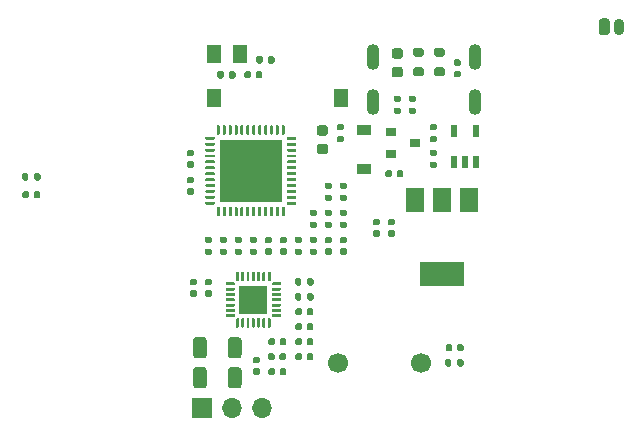
<source format=gbr>
%TF.GenerationSoftware,KiCad,Pcbnew,(5.1.8)-1*%
%TF.CreationDate,2021-03-06T05:42:10-08:00*%
%TF.ProjectId,audioboard,61756469-6f62-46f6-9172-642e6b696361,rev?*%
%TF.SameCoordinates,Original*%
%TF.FileFunction,Soldermask,Top*%
%TF.FilePolarity,Negative*%
%FSLAX46Y46*%
G04 Gerber Fmt 4.6, Leading zero omitted, Abs format (unit mm)*
G04 Created by KiCad (PCBNEW (5.1.8)-1) date 2021-03-06 05:42:10*
%MOMM*%
%LPD*%
G01*
G04 APERTURE LIST*
%ADD10O,0.900000X1.400000*%
%ADD11R,1.500000X2.000000*%
%ADD12R,3.800000X2.000000*%
%ADD13R,5.300000X5.300000*%
%ADD14R,2.400000X2.400000*%
%ADD15C,0.100000*%
%ADD16R,0.900000X0.800000*%
%ADD17C,1.700000*%
%ADD18O,1.700000X1.700000*%
%ADD19R,1.700000X1.700000*%
%ADD20O,1.100000X2.200000*%
%ADD21R,0.550000X1.050000*%
%ADD22R,1.200000X1.500000*%
%ADD23R,1.200000X0.900000*%
G04 APERTURE END LIST*
D10*
%TO.C,J2*%
X113518000Y-75184000D03*
G36*
G01*
X111818000Y-75659000D02*
X111818000Y-74709000D01*
G75*
G02*
X112043000Y-74484000I225000J0D01*
G01*
X112493000Y-74484000D01*
G75*
G02*
X112718000Y-74709000I0J-225000D01*
G01*
X112718000Y-75659000D01*
G75*
G02*
X112493000Y-75884000I-225000J0D01*
G01*
X112043000Y-75884000D01*
G75*
G02*
X111818000Y-75659000I0J225000D01*
G01*
G37*
%TD*%
%TO.C,R16*%
G36*
G01*
X97975000Y-86120000D02*
X97605000Y-86120000D01*
G75*
G02*
X97470000Y-85985000I0J135000D01*
G01*
X97470000Y-85715000D01*
G75*
G02*
X97605000Y-85580000I135000J0D01*
G01*
X97975000Y-85580000D01*
G75*
G02*
X98110000Y-85715000I0J-135000D01*
G01*
X98110000Y-85985000D01*
G75*
G02*
X97975000Y-86120000I-135000J0D01*
G01*
G37*
G36*
G01*
X97975000Y-87140000D02*
X97605000Y-87140000D01*
G75*
G02*
X97470000Y-87005000I0J135000D01*
G01*
X97470000Y-86735000D01*
G75*
G02*
X97605000Y-86600000I135000J0D01*
G01*
X97975000Y-86600000D01*
G75*
G02*
X98110000Y-86735000I0J-135000D01*
G01*
X98110000Y-87005000D01*
G75*
G02*
X97975000Y-87140000I-135000J0D01*
G01*
G37*
%TD*%
%TO.C,R4*%
G36*
G01*
X96197000Y-81548000D02*
X95827000Y-81548000D01*
G75*
G02*
X95692000Y-81413000I0J135000D01*
G01*
X95692000Y-81143000D01*
G75*
G02*
X95827000Y-81008000I135000J0D01*
G01*
X96197000Y-81008000D01*
G75*
G02*
X96332000Y-81143000I0J-135000D01*
G01*
X96332000Y-81413000D01*
G75*
G02*
X96197000Y-81548000I-135000J0D01*
G01*
G37*
G36*
G01*
X96197000Y-82568000D02*
X95827000Y-82568000D01*
G75*
G02*
X95692000Y-82433000I0J135000D01*
G01*
X95692000Y-82163000D01*
G75*
G02*
X95827000Y-82028000I135000J0D01*
G01*
X96197000Y-82028000D01*
G75*
G02*
X96332000Y-82163000I0J-135000D01*
G01*
X96332000Y-82433000D01*
G75*
G02*
X96197000Y-82568000I-135000J0D01*
G01*
G37*
%TD*%
D11*
%TO.C,U3*%
X100852000Y-89814000D03*
X96252000Y-89814000D03*
X98552000Y-89814000D03*
D12*
X98552000Y-96114000D03*
%TD*%
D13*
%TO.C,U2*%
X82340000Y-87376000D03*
G36*
G01*
X79465000Y-84263500D02*
X79465000Y-83588500D01*
G75*
G02*
X79527500Y-83526000I62500J0D01*
G01*
X79652500Y-83526000D01*
G75*
G02*
X79715000Y-83588500I0J-62500D01*
G01*
X79715000Y-84263500D01*
G75*
G02*
X79652500Y-84326000I-62500J0D01*
G01*
X79527500Y-84326000D01*
G75*
G02*
X79465000Y-84263500I0J62500D01*
G01*
G37*
G36*
G01*
X79965000Y-84263500D02*
X79965000Y-83588500D01*
G75*
G02*
X80027500Y-83526000I62500J0D01*
G01*
X80152500Y-83526000D01*
G75*
G02*
X80215000Y-83588500I0J-62500D01*
G01*
X80215000Y-84263500D01*
G75*
G02*
X80152500Y-84326000I-62500J0D01*
G01*
X80027500Y-84326000D01*
G75*
G02*
X79965000Y-84263500I0J62500D01*
G01*
G37*
G36*
G01*
X80465000Y-84263500D02*
X80465000Y-83588500D01*
G75*
G02*
X80527500Y-83526000I62500J0D01*
G01*
X80652500Y-83526000D01*
G75*
G02*
X80715000Y-83588500I0J-62500D01*
G01*
X80715000Y-84263500D01*
G75*
G02*
X80652500Y-84326000I-62500J0D01*
G01*
X80527500Y-84326000D01*
G75*
G02*
X80465000Y-84263500I0J62500D01*
G01*
G37*
G36*
G01*
X80965000Y-84263500D02*
X80965000Y-83588500D01*
G75*
G02*
X81027500Y-83526000I62500J0D01*
G01*
X81152500Y-83526000D01*
G75*
G02*
X81215000Y-83588500I0J-62500D01*
G01*
X81215000Y-84263500D01*
G75*
G02*
X81152500Y-84326000I-62500J0D01*
G01*
X81027500Y-84326000D01*
G75*
G02*
X80965000Y-84263500I0J62500D01*
G01*
G37*
G36*
G01*
X81465000Y-84263500D02*
X81465000Y-83588500D01*
G75*
G02*
X81527500Y-83526000I62500J0D01*
G01*
X81652500Y-83526000D01*
G75*
G02*
X81715000Y-83588500I0J-62500D01*
G01*
X81715000Y-84263500D01*
G75*
G02*
X81652500Y-84326000I-62500J0D01*
G01*
X81527500Y-84326000D01*
G75*
G02*
X81465000Y-84263500I0J62500D01*
G01*
G37*
G36*
G01*
X81965000Y-84263500D02*
X81965000Y-83588500D01*
G75*
G02*
X82027500Y-83526000I62500J0D01*
G01*
X82152500Y-83526000D01*
G75*
G02*
X82215000Y-83588500I0J-62500D01*
G01*
X82215000Y-84263500D01*
G75*
G02*
X82152500Y-84326000I-62500J0D01*
G01*
X82027500Y-84326000D01*
G75*
G02*
X81965000Y-84263500I0J62500D01*
G01*
G37*
G36*
G01*
X82465000Y-84263500D02*
X82465000Y-83588500D01*
G75*
G02*
X82527500Y-83526000I62500J0D01*
G01*
X82652500Y-83526000D01*
G75*
G02*
X82715000Y-83588500I0J-62500D01*
G01*
X82715000Y-84263500D01*
G75*
G02*
X82652500Y-84326000I-62500J0D01*
G01*
X82527500Y-84326000D01*
G75*
G02*
X82465000Y-84263500I0J62500D01*
G01*
G37*
G36*
G01*
X82965000Y-84263500D02*
X82965000Y-83588500D01*
G75*
G02*
X83027500Y-83526000I62500J0D01*
G01*
X83152500Y-83526000D01*
G75*
G02*
X83215000Y-83588500I0J-62500D01*
G01*
X83215000Y-84263500D01*
G75*
G02*
X83152500Y-84326000I-62500J0D01*
G01*
X83027500Y-84326000D01*
G75*
G02*
X82965000Y-84263500I0J62500D01*
G01*
G37*
G36*
G01*
X83465000Y-84263500D02*
X83465000Y-83588500D01*
G75*
G02*
X83527500Y-83526000I62500J0D01*
G01*
X83652500Y-83526000D01*
G75*
G02*
X83715000Y-83588500I0J-62500D01*
G01*
X83715000Y-84263500D01*
G75*
G02*
X83652500Y-84326000I-62500J0D01*
G01*
X83527500Y-84326000D01*
G75*
G02*
X83465000Y-84263500I0J62500D01*
G01*
G37*
G36*
G01*
X83965000Y-84263500D02*
X83965000Y-83588500D01*
G75*
G02*
X84027500Y-83526000I62500J0D01*
G01*
X84152500Y-83526000D01*
G75*
G02*
X84215000Y-83588500I0J-62500D01*
G01*
X84215000Y-84263500D01*
G75*
G02*
X84152500Y-84326000I-62500J0D01*
G01*
X84027500Y-84326000D01*
G75*
G02*
X83965000Y-84263500I0J62500D01*
G01*
G37*
G36*
G01*
X84465000Y-84263500D02*
X84465000Y-83588500D01*
G75*
G02*
X84527500Y-83526000I62500J0D01*
G01*
X84652500Y-83526000D01*
G75*
G02*
X84715000Y-83588500I0J-62500D01*
G01*
X84715000Y-84263500D01*
G75*
G02*
X84652500Y-84326000I-62500J0D01*
G01*
X84527500Y-84326000D01*
G75*
G02*
X84465000Y-84263500I0J62500D01*
G01*
G37*
G36*
G01*
X84965000Y-84263500D02*
X84965000Y-83588500D01*
G75*
G02*
X85027500Y-83526000I62500J0D01*
G01*
X85152500Y-83526000D01*
G75*
G02*
X85215000Y-83588500I0J-62500D01*
G01*
X85215000Y-84263500D01*
G75*
G02*
X85152500Y-84326000I-62500J0D01*
G01*
X85027500Y-84326000D01*
G75*
G02*
X84965000Y-84263500I0J62500D01*
G01*
G37*
G36*
G01*
X85390000Y-84688500D02*
X85390000Y-84563500D01*
G75*
G02*
X85452500Y-84501000I62500J0D01*
G01*
X86127500Y-84501000D01*
G75*
G02*
X86190000Y-84563500I0J-62500D01*
G01*
X86190000Y-84688500D01*
G75*
G02*
X86127500Y-84751000I-62500J0D01*
G01*
X85452500Y-84751000D01*
G75*
G02*
X85390000Y-84688500I0J62500D01*
G01*
G37*
G36*
G01*
X85390000Y-85188500D02*
X85390000Y-85063500D01*
G75*
G02*
X85452500Y-85001000I62500J0D01*
G01*
X86127500Y-85001000D01*
G75*
G02*
X86190000Y-85063500I0J-62500D01*
G01*
X86190000Y-85188500D01*
G75*
G02*
X86127500Y-85251000I-62500J0D01*
G01*
X85452500Y-85251000D01*
G75*
G02*
X85390000Y-85188500I0J62500D01*
G01*
G37*
G36*
G01*
X85390000Y-85688500D02*
X85390000Y-85563500D01*
G75*
G02*
X85452500Y-85501000I62500J0D01*
G01*
X86127500Y-85501000D01*
G75*
G02*
X86190000Y-85563500I0J-62500D01*
G01*
X86190000Y-85688500D01*
G75*
G02*
X86127500Y-85751000I-62500J0D01*
G01*
X85452500Y-85751000D01*
G75*
G02*
X85390000Y-85688500I0J62500D01*
G01*
G37*
G36*
G01*
X85390000Y-86188500D02*
X85390000Y-86063500D01*
G75*
G02*
X85452500Y-86001000I62500J0D01*
G01*
X86127500Y-86001000D01*
G75*
G02*
X86190000Y-86063500I0J-62500D01*
G01*
X86190000Y-86188500D01*
G75*
G02*
X86127500Y-86251000I-62500J0D01*
G01*
X85452500Y-86251000D01*
G75*
G02*
X85390000Y-86188500I0J62500D01*
G01*
G37*
G36*
G01*
X85390000Y-86688500D02*
X85390000Y-86563500D01*
G75*
G02*
X85452500Y-86501000I62500J0D01*
G01*
X86127500Y-86501000D01*
G75*
G02*
X86190000Y-86563500I0J-62500D01*
G01*
X86190000Y-86688500D01*
G75*
G02*
X86127500Y-86751000I-62500J0D01*
G01*
X85452500Y-86751000D01*
G75*
G02*
X85390000Y-86688500I0J62500D01*
G01*
G37*
G36*
G01*
X85390000Y-87188500D02*
X85390000Y-87063500D01*
G75*
G02*
X85452500Y-87001000I62500J0D01*
G01*
X86127500Y-87001000D01*
G75*
G02*
X86190000Y-87063500I0J-62500D01*
G01*
X86190000Y-87188500D01*
G75*
G02*
X86127500Y-87251000I-62500J0D01*
G01*
X85452500Y-87251000D01*
G75*
G02*
X85390000Y-87188500I0J62500D01*
G01*
G37*
G36*
G01*
X85390000Y-87688500D02*
X85390000Y-87563500D01*
G75*
G02*
X85452500Y-87501000I62500J0D01*
G01*
X86127500Y-87501000D01*
G75*
G02*
X86190000Y-87563500I0J-62500D01*
G01*
X86190000Y-87688500D01*
G75*
G02*
X86127500Y-87751000I-62500J0D01*
G01*
X85452500Y-87751000D01*
G75*
G02*
X85390000Y-87688500I0J62500D01*
G01*
G37*
G36*
G01*
X85390000Y-88188500D02*
X85390000Y-88063500D01*
G75*
G02*
X85452500Y-88001000I62500J0D01*
G01*
X86127500Y-88001000D01*
G75*
G02*
X86190000Y-88063500I0J-62500D01*
G01*
X86190000Y-88188500D01*
G75*
G02*
X86127500Y-88251000I-62500J0D01*
G01*
X85452500Y-88251000D01*
G75*
G02*
X85390000Y-88188500I0J62500D01*
G01*
G37*
G36*
G01*
X85390000Y-88688500D02*
X85390000Y-88563500D01*
G75*
G02*
X85452500Y-88501000I62500J0D01*
G01*
X86127500Y-88501000D01*
G75*
G02*
X86190000Y-88563500I0J-62500D01*
G01*
X86190000Y-88688500D01*
G75*
G02*
X86127500Y-88751000I-62500J0D01*
G01*
X85452500Y-88751000D01*
G75*
G02*
X85390000Y-88688500I0J62500D01*
G01*
G37*
G36*
G01*
X85390000Y-89188500D02*
X85390000Y-89063500D01*
G75*
G02*
X85452500Y-89001000I62500J0D01*
G01*
X86127500Y-89001000D01*
G75*
G02*
X86190000Y-89063500I0J-62500D01*
G01*
X86190000Y-89188500D01*
G75*
G02*
X86127500Y-89251000I-62500J0D01*
G01*
X85452500Y-89251000D01*
G75*
G02*
X85390000Y-89188500I0J62500D01*
G01*
G37*
G36*
G01*
X85390000Y-89688500D02*
X85390000Y-89563500D01*
G75*
G02*
X85452500Y-89501000I62500J0D01*
G01*
X86127500Y-89501000D01*
G75*
G02*
X86190000Y-89563500I0J-62500D01*
G01*
X86190000Y-89688500D01*
G75*
G02*
X86127500Y-89751000I-62500J0D01*
G01*
X85452500Y-89751000D01*
G75*
G02*
X85390000Y-89688500I0J62500D01*
G01*
G37*
G36*
G01*
X85390000Y-90188500D02*
X85390000Y-90063500D01*
G75*
G02*
X85452500Y-90001000I62500J0D01*
G01*
X86127500Y-90001000D01*
G75*
G02*
X86190000Y-90063500I0J-62500D01*
G01*
X86190000Y-90188500D01*
G75*
G02*
X86127500Y-90251000I-62500J0D01*
G01*
X85452500Y-90251000D01*
G75*
G02*
X85390000Y-90188500I0J62500D01*
G01*
G37*
G36*
G01*
X84965000Y-91163500D02*
X84965000Y-90488500D01*
G75*
G02*
X85027500Y-90426000I62500J0D01*
G01*
X85152500Y-90426000D01*
G75*
G02*
X85215000Y-90488500I0J-62500D01*
G01*
X85215000Y-91163500D01*
G75*
G02*
X85152500Y-91226000I-62500J0D01*
G01*
X85027500Y-91226000D01*
G75*
G02*
X84965000Y-91163500I0J62500D01*
G01*
G37*
G36*
G01*
X84465000Y-91163500D02*
X84465000Y-90488500D01*
G75*
G02*
X84527500Y-90426000I62500J0D01*
G01*
X84652500Y-90426000D01*
G75*
G02*
X84715000Y-90488500I0J-62500D01*
G01*
X84715000Y-91163500D01*
G75*
G02*
X84652500Y-91226000I-62500J0D01*
G01*
X84527500Y-91226000D01*
G75*
G02*
X84465000Y-91163500I0J62500D01*
G01*
G37*
G36*
G01*
X83965000Y-91163500D02*
X83965000Y-90488500D01*
G75*
G02*
X84027500Y-90426000I62500J0D01*
G01*
X84152500Y-90426000D01*
G75*
G02*
X84215000Y-90488500I0J-62500D01*
G01*
X84215000Y-91163500D01*
G75*
G02*
X84152500Y-91226000I-62500J0D01*
G01*
X84027500Y-91226000D01*
G75*
G02*
X83965000Y-91163500I0J62500D01*
G01*
G37*
G36*
G01*
X83465000Y-91163500D02*
X83465000Y-90488500D01*
G75*
G02*
X83527500Y-90426000I62500J0D01*
G01*
X83652500Y-90426000D01*
G75*
G02*
X83715000Y-90488500I0J-62500D01*
G01*
X83715000Y-91163500D01*
G75*
G02*
X83652500Y-91226000I-62500J0D01*
G01*
X83527500Y-91226000D01*
G75*
G02*
X83465000Y-91163500I0J62500D01*
G01*
G37*
G36*
G01*
X82965000Y-91163500D02*
X82965000Y-90488500D01*
G75*
G02*
X83027500Y-90426000I62500J0D01*
G01*
X83152500Y-90426000D01*
G75*
G02*
X83215000Y-90488500I0J-62500D01*
G01*
X83215000Y-91163500D01*
G75*
G02*
X83152500Y-91226000I-62500J0D01*
G01*
X83027500Y-91226000D01*
G75*
G02*
X82965000Y-91163500I0J62500D01*
G01*
G37*
G36*
G01*
X82465000Y-91163500D02*
X82465000Y-90488500D01*
G75*
G02*
X82527500Y-90426000I62500J0D01*
G01*
X82652500Y-90426000D01*
G75*
G02*
X82715000Y-90488500I0J-62500D01*
G01*
X82715000Y-91163500D01*
G75*
G02*
X82652500Y-91226000I-62500J0D01*
G01*
X82527500Y-91226000D01*
G75*
G02*
X82465000Y-91163500I0J62500D01*
G01*
G37*
G36*
G01*
X81965000Y-91163500D02*
X81965000Y-90488500D01*
G75*
G02*
X82027500Y-90426000I62500J0D01*
G01*
X82152500Y-90426000D01*
G75*
G02*
X82215000Y-90488500I0J-62500D01*
G01*
X82215000Y-91163500D01*
G75*
G02*
X82152500Y-91226000I-62500J0D01*
G01*
X82027500Y-91226000D01*
G75*
G02*
X81965000Y-91163500I0J62500D01*
G01*
G37*
G36*
G01*
X81465000Y-91163500D02*
X81465000Y-90488500D01*
G75*
G02*
X81527500Y-90426000I62500J0D01*
G01*
X81652500Y-90426000D01*
G75*
G02*
X81715000Y-90488500I0J-62500D01*
G01*
X81715000Y-91163500D01*
G75*
G02*
X81652500Y-91226000I-62500J0D01*
G01*
X81527500Y-91226000D01*
G75*
G02*
X81465000Y-91163500I0J62500D01*
G01*
G37*
G36*
G01*
X80965000Y-91163500D02*
X80965000Y-90488500D01*
G75*
G02*
X81027500Y-90426000I62500J0D01*
G01*
X81152500Y-90426000D01*
G75*
G02*
X81215000Y-90488500I0J-62500D01*
G01*
X81215000Y-91163500D01*
G75*
G02*
X81152500Y-91226000I-62500J0D01*
G01*
X81027500Y-91226000D01*
G75*
G02*
X80965000Y-91163500I0J62500D01*
G01*
G37*
G36*
G01*
X80465000Y-91163500D02*
X80465000Y-90488500D01*
G75*
G02*
X80527500Y-90426000I62500J0D01*
G01*
X80652500Y-90426000D01*
G75*
G02*
X80715000Y-90488500I0J-62500D01*
G01*
X80715000Y-91163500D01*
G75*
G02*
X80652500Y-91226000I-62500J0D01*
G01*
X80527500Y-91226000D01*
G75*
G02*
X80465000Y-91163500I0J62500D01*
G01*
G37*
G36*
G01*
X79965000Y-91163500D02*
X79965000Y-90488500D01*
G75*
G02*
X80027500Y-90426000I62500J0D01*
G01*
X80152500Y-90426000D01*
G75*
G02*
X80215000Y-90488500I0J-62500D01*
G01*
X80215000Y-91163500D01*
G75*
G02*
X80152500Y-91226000I-62500J0D01*
G01*
X80027500Y-91226000D01*
G75*
G02*
X79965000Y-91163500I0J62500D01*
G01*
G37*
G36*
G01*
X79465000Y-91163500D02*
X79465000Y-90488500D01*
G75*
G02*
X79527500Y-90426000I62500J0D01*
G01*
X79652500Y-90426000D01*
G75*
G02*
X79715000Y-90488500I0J-62500D01*
G01*
X79715000Y-91163500D01*
G75*
G02*
X79652500Y-91226000I-62500J0D01*
G01*
X79527500Y-91226000D01*
G75*
G02*
X79465000Y-91163500I0J62500D01*
G01*
G37*
G36*
G01*
X78490000Y-90188500D02*
X78490000Y-90063500D01*
G75*
G02*
X78552500Y-90001000I62500J0D01*
G01*
X79227500Y-90001000D01*
G75*
G02*
X79290000Y-90063500I0J-62500D01*
G01*
X79290000Y-90188500D01*
G75*
G02*
X79227500Y-90251000I-62500J0D01*
G01*
X78552500Y-90251000D01*
G75*
G02*
X78490000Y-90188500I0J62500D01*
G01*
G37*
G36*
G01*
X78490000Y-89688500D02*
X78490000Y-89563500D01*
G75*
G02*
X78552500Y-89501000I62500J0D01*
G01*
X79227500Y-89501000D01*
G75*
G02*
X79290000Y-89563500I0J-62500D01*
G01*
X79290000Y-89688500D01*
G75*
G02*
X79227500Y-89751000I-62500J0D01*
G01*
X78552500Y-89751000D01*
G75*
G02*
X78490000Y-89688500I0J62500D01*
G01*
G37*
G36*
G01*
X78490000Y-89188500D02*
X78490000Y-89063500D01*
G75*
G02*
X78552500Y-89001000I62500J0D01*
G01*
X79227500Y-89001000D01*
G75*
G02*
X79290000Y-89063500I0J-62500D01*
G01*
X79290000Y-89188500D01*
G75*
G02*
X79227500Y-89251000I-62500J0D01*
G01*
X78552500Y-89251000D01*
G75*
G02*
X78490000Y-89188500I0J62500D01*
G01*
G37*
G36*
G01*
X78490000Y-88688500D02*
X78490000Y-88563500D01*
G75*
G02*
X78552500Y-88501000I62500J0D01*
G01*
X79227500Y-88501000D01*
G75*
G02*
X79290000Y-88563500I0J-62500D01*
G01*
X79290000Y-88688500D01*
G75*
G02*
X79227500Y-88751000I-62500J0D01*
G01*
X78552500Y-88751000D01*
G75*
G02*
X78490000Y-88688500I0J62500D01*
G01*
G37*
G36*
G01*
X78490000Y-88188500D02*
X78490000Y-88063500D01*
G75*
G02*
X78552500Y-88001000I62500J0D01*
G01*
X79227500Y-88001000D01*
G75*
G02*
X79290000Y-88063500I0J-62500D01*
G01*
X79290000Y-88188500D01*
G75*
G02*
X79227500Y-88251000I-62500J0D01*
G01*
X78552500Y-88251000D01*
G75*
G02*
X78490000Y-88188500I0J62500D01*
G01*
G37*
G36*
G01*
X78490000Y-87688500D02*
X78490000Y-87563500D01*
G75*
G02*
X78552500Y-87501000I62500J0D01*
G01*
X79227500Y-87501000D01*
G75*
G02*
X79290000Y-87563500I0J-62500D01*
G01*
X79290000Y-87688500D01*
G75*
G02*
X79227500Y-87751000I-62500J0D01*
G01*
X78552500Y-87751000D01*
G75*
G02*
X78490000Y-87688500I0J62500D01*
G01*
G37*
G36*
G01*
X78490000Y-87188500D02*
X78490000Y-87063500D01*
G75*
G02*
X78552500Y-87001000I62500J0D01*
G01*
X79227500Y-87001000D01*
G75*
G02*
X79290000Y-87063500I0J-62500D01*
G01*
X79290000Y-87188500D01*
G75*
G02*
X79227500Y-87251000I-62500J0D01*
G01*
X78552500Y-87251000D01*
G75*
G02*
X78490000Y-87188500I0J62500D01*
G01*
G37*
G36*
G01*
X78490000Y-86688500D02*
X78490000Y-86563500D01*
G75*
G02*
X78552500Y-86501000I62500J0D01*
G01*
X79227500Y-86501000D01*
G75*
G02*
X79290000Y-86563500I0J-62500D01*
G01*
X79290000Y-86688500D01*
G75*
G02*
X79227500Y-86751000I-62500J0D01*
G01*
X78552500Y-86751000D01*
G75*
G02*
X78490000Y-86688500I0J62500D01*
G01*
G37*
G36*
G01*
X78490000Y-86188500D02*
X78490000Y-86063500D01*
G75*
G02*
X78552500Y-86001000I62500J0D01*
G01*
X79227500Y-86001000D01*
G75*
G02*
X79290000Y-86063500I0J-62500D01*
G01*
X79290000Y-86188500D01*
G75*
G02*
X79227500Y-86251000I-62500J0D01*
G01*
X78552500Y-86251000D01*
G75*
G02*
X78490000Y-86188500I0J62500D01*
G01*
G37*
G36*
G01*
X78490000Y-85688500D02*
X78490000Y-85563500D01*
G75*
G02*
X78552500Y-85501000I62500J0D01*
G01*
X79227500Y-85501000D01*
G75*
G02*
X79290000Y-85563500I0J-62500D01*
G01*
X79290000Y-85688500D01*
G75*
G02*
X79227500Y-85751000I-62500J0D01*
G01*
X78552500Y-85751000D01*
G75*
G02*
X78490000Y-85688500I0J62500D01*
G01*
G37*
G36*
G01*
X78490000Y-85188500D02*
X78490000Y-85063500D01*
G75*
G02*
X78552500Y-85001000I62500J0D01*
G01*
X79227500Y-85001000D01*
G75*
G02*
X79290000Y-85063500I0J-62500D01*
G01*
X79290000Y-85188500D01*
G75*
G02*
X79227500Y-85251000I-62500J0D01*
G01*
X78552500Y-85251000D01*
G75*
G02*
X78490000Y-85188500I0J62500D01*
G01*
G37*
G36*
G01*
X78490000Y-84688500D02*
X78490000Y-84563500D01*
G75*
G02*
X78552500Y-84501000I62500J0D01*
G01*
X79227500Y-84501000D01*
G75*
G02*
X79290000Y-84563500I0J-62500D01*
G01*
X79290000Y-84688500D01*
G75*
G02*
X79227500Y-84751000I-62500J0D01*
G01*
X78552500Y-84751000D01*
G75*
G02*
X78490000Y-84688500I0J62500D01*
G01*
G37*
%TD*%
D14*
%TO.C,U1*%
X82550000Y-98298000D03*
D15*
G36*
X84898799Y-97022693D02*
G01*
X84895242Y-97034418D01*
X84889467Y-97045223D01*
X84881694Y-97054694D01*
X84872223Y-97062467D01*
X84861418Y-97068242D01*
X84849693Y-97071799D01*
X84837500Y-97073000D01*
X84162500Y-97073000D01*
X84150307Y-97071799D01*
X84138582Y-97068242D01*
X84127777Y-97062467D01*
X84118306Y-97054694D01*
X84110533Y-97045223D01*
X84104758Y-97034418D01*
X84101201Y-97022693D01*
X84100000Y-97010500D01*
X84100000Y-96948888D01*
X84101201Y-96936695D01*
X84104758Y-96924970D01*
X84110533Y-96914165D01*
X84118306Y-96904694D01*
X84181694Y-96841306D01*
X84191165Y-96833533D01*
X84201970Y-96827758D01*
X84213695Y-96824201D01*
X84225888Y-96823000D01*
X84837500Y-96823000D01*
X84849693Y-96824201D01*
X84861418Y-96827758D01*
X84872223Y-96833533D01*
X84881694Y-96841306D01*
X84889467Y-96850777D01*
X84895242Y-96861582D01*
X84898799Y-96873307D01*
X84900000Y-96885500D01*
X84900000Y-97010500D01*
X84898799Y-97022693D01*
G37*
G36*
G01*
X84162500Y-97273000D02*
X84837500Y-97273000D01*
G75*
G02*
X84900000Y-97335500I0J-62500D01*
G01*
X84900000Y-97460500D01*
G75*
G02*
X84837500Y-97523000I-62500J0D01*
G01*
X84162500Y-97523000D01*
G75*
G02*
X84100000Y-97460500I0J62500D01*
G01*
X84100000Y-97335500D01*
G75*
G02*
X84162500Y-97273000I62500J0D01*
G01*
G37*
G36*
G01*
X84162500Y-97723000D02*
X84837500Y-97723000D01*
G75*
G02*
X84900000Y-97785500I0J-62500D01*
G01*
X84900000Y-97910500D01*
G75*
G02*
X84837500Y-97973000I-62500J0D01*
G01*
X84162500Y-97973000D01*
G75*
G02*
X84100000Y-97910500I0J62500D01*
G01*
X84100000Y-97785500D01*
G75*
G02*
X84162500Y-97723000I62500J0D01*
G01*
G37*
G36*
G01*
X84162500Y-98173000D02*
X84837500Y-98173000D01*
G75*
G02*
X84900000Y-98235500I0J-62500D01*
G01*
X84900000Y-98360500D01*
G75*
G02*
X84837500Y-98423000I-62500J0D01*
G01*
X84162500Y-98423000D01*
G75*
G02*
X84100000Y-98360500I0J62500D01*
G01*
X84100000Y-98235500D01*
G75*
G02*
X84162500Y-98173000I62500J0D01*
G01*
G37*
G36*
G01*
X84162500Y-98623000D02*
X84837500Y-98623000D01*
G75*
G02*
X84900000Y-98685500I0J-62500D01*
G01*
X84900000Y-98810500D01*
G75*
G02*
X84837500Y-98873000I-62500J0D01*
G01*
X84162500Y-98873000D01*
G75*
G02*
X84100000Y-98810500I0J62500D01*
G01*
X84100000Y-98685500D01*
G75*
G02*
X84162500Y-98623000I62500J0D01*
G01*
G37*
G36*
G01*
X84162500Y-99073000D02*
X84837500Y-99073000D01*
G75*
G02*
X84900000Y-99135500I0J-62500D01*
G01*
X84900000Y-99260500D01*
G75*
G02*
X84837500Y-99323000I-62500J0D01*
G01*
X84162500Y-99323000D01*
G75*
G02*
X84100000Y-99260500I0J62500D01*
G01*
X84100000Y-99135500D01*
G75*
G02*
X84162500Y-99073000I62500J0D01*
G01*
G37*
G36*
X84898799Y-99722693D02*
G01*
X84895242Y-99734418D01*
X84889467Y-99745223D01*
X84881694Y-99754694D01*
X84872223Y-99762467D01*
X84861418Y-99768242D01*
X84849693Y-99771799D01*
X84837500Y-99773000D01*
X84225888Y-99773000D01*
X84213695Y-99771799D01*
X84201970Y-99768242D01*
X84191165Y-99762467D01*
X84181694Y-99754694D01*
X84118306Y-99691306D01*
X84110533Y-99681835D01*
X84104758Y-99671030D01*
X84101201Y-99659305D01*
X84100000Y-99647112D01*
X84100000Y-99585500D01*
X84101201Y-99573307D01*
X84104758Y-99561582D01*
X84110533Y-99550777D01*
X84118306Y-99541306D01*
X84127777Y-99533533D01*
X84138582Y-99527758D01*
X84150307Y-99524201D01*
X84162500Y-99523000D01*
X84837500Y-99523000D01*
X84849693Y-99524201D01*
X84861418Y-99527758D01*
X84872223Y-99533533D01*
X84881694Y-99541306D01*
X84889467Y-99550777D01*
X84895242Y-99561582D01*
X84898799Y-99573307D01*
X84900000Y-99585500D01*
X84900000Y-99710500D01*
X84898799Y-99722693D01*
G37*
G36*
X84023799Y-100597693D02*
G01*
X84020242Y-100609418D01*
X84014467Y-100620223D01*
X84006694Y-100629694D01*
X83997223Y-100637467D01*
X83986418Y-100643242D01*
X83974693Y-100646799D01*
X83962500Y-100648000D01*
X83837500Y-100648000D01*
X83825307Y-100646799D01*
X83813582Y-100643242D01*
X83802777Y-100637467D01*
X83793306Y-100629694D01*
X83785533Y-100620223D01*
X83779758Y-100609418D01*
X83776201Y-100597693D01*
X83775000Y-100585500D01*
X83775000Y-99910500D01*
X83776201Y-99898307D01*
X83779758Y-99886582D01*
X83785533Y-99875777D01*
X83793306Y-99866306D01*
X83802777Y-99858533D01*
X83813582Y-99852758D01*
X83825307Y-99849201D01*
X83837500Y-99848000D01*
X83899112Y-99848000D01*
X83911305Y-99849201D01*
X83923030Y-99852758D01*
X83933835Y-99858533D01*
X83943306Y-99866306D01*
X84006694Y-99929694D01*
X84014467Y-99939165D01*
X84020242Y-99949970D01*
X84023799Y-99961695D01*
X84025000Y-99973888D01*
X84025000Y-100585500D01*
X84023799Y-100597693D01*
G37*
G36*
G01*
X83387500Y-99848000D02*
X83512500Y-99848000D01*
G75*
G02*
X83575000Y-99910500I0J-62500D01*
G01*
X83575000Y-100585500D01*
G75*
G02*
X83512500Y-100648000I-62500J0D01*
G01*
X83387500Y-100648000D01*
G75*
G02*
X83325000Y-100585500I0J62500D01*
G01*
X83325000Y-99910500D01*
G75*
G02*
X83387500Y-99848000I62500J0D01*
G01*
G37*
G36*
G01*
X82937500Y-99848000D02*
X83062500Y-99848000D01*
G75*
G02*
X83125000Y-99910500I0J-62500D01*
G01*
X83125000Y-100585500D01*
G75*
G02*
X83062500Y-100648000I-62500J0D01*
G01*
X82937500Y-100648000D01*
G75*
G02*
X82875000Y-100585500I0J62500D01*
G01*
X82875000Y-99910500D01*
G75*
G02*
X82937500Y-99848000I62500J0D01*
G01*
G37*
G36*
G01*
X82487500Y-99848000D02*
X82612500Y-99848000D01*
G75*
G02*
X82675000Y-99910500I0J-62500D01*
G01*
X82675000Y-100585500D01*
G75*
G02*
X82612500Y-100648000I-62500J0D01*
G01*
X82487500Y-100648000D01*
G75*
G02*
X82425000Y-100585500I0J62500D01*
G01*
X82425000Y-99910500D01*
G75*
G02*
X82487500Y-99848000I62500J0D01*
G01*
G37*
G36*
G01*
X82037500Y-99848000D02*
X82162500Y-99848000D01*
G75*
G02*
X82225000Y-99910500I0J-62500D01*
G01*
X82225000Y-100585500D01*
G75*
G02*
X82162500Y-100648000I-62500J0D01*
G01*
X82037500Y-100648000D01*
G75*
G02*
X81975000Y-100585500I0J62500D01*
G01*
X81975000Y-99910500D01*
G75*
G02*
X82037500Y-99848000I62500J0D01*
G01*
G37*
G36*
G01*
X81587500Y-99848000D02*
X81712500Y-99848000D01*
G75*
G02*
X81775000Y-99910500I0J-62500D01*
G01*
X81775000Y-100585500D01*
G75*
G02*
X81712500Y-100648000I-62500J0D01*
G01*
X81587500Y-100648000D01*
G75*
G02*
X81525000Y-100585500I0J62500D01*
G01*
X81525000Y-99910500D01*
G75*
G02*
X81587500Y-99848000I62500J0D01*
G01*
G37*
G36*
X81323799Y-100597693D02*
G01*
X81320242Y-100609418D01*
X81314467Y-100620223D01*
X81306694Y-100629694D01*
X81297223Y-100637467D01*
X81286418Y-100643242D01*
X81274693Y-100646799D01*
X81262500Y-100648000D01*
X81137500Y-100648000D01*
X81125307Y-100646799D01*
X81113582Y-100643242D01*
X81102777Y-100637467D01*
X81093306Y-100629694D01*
X81085533Y-100620223D01*
X81079758Y-100609418D01*
X81076201Y-100597693D01*
X81075000Y-100585500D01*
X81075000Y-99973888D01*
X81076201Y-99961695D01*
X81079758Y-99949970D01*
X81085533Y-99939165D01*
X81093306Y-99929694D01*
X81156694Y-99866306D01*
X81166165Y-99858533D01*
X81176970Y-99852758D01*
X81188695Y-99849201D01*
X81200888Y-99848000D01*
X81262500Y-99848000D01*
X81274693Y-99849201D01*
X81286418Y-99852758D01*
X81297223Y-99858533D01*
X81306694Y-99866306D01*
X81314467Y-99875777D01*
X81320242Y-99886582D01*
X81323799Y-99898307D01*
X81325000Y-99910500D01*
X81325000Y-100585500D01*
X81323799Y-100597693D01*
G37*
G36*
X80998799Y-99659305D02*
G01*
X80995242Y-99671030D01*
X80989467Y-99681835D01*
X80981694Y-99691306D01*
X80918306Y-99754694D01*
X80908835Y-99762467D01*
X80898030Y-99768242D01*
X80886305Y-99771799D01*
X80874112Y-99773000D01*
X80262500Y-99773000D01*
X80250307Y-99771799D01*
X80238582Y-99768242D01*
X80227777Y-99762467D01*
X80218306Y-99754694D01*
X80210533Y-99745223D01*
X80204758Y-99734418D01*
X80201201Y-99722693D01*
X80200000Y-99710500D01*
X80200000Y-99585500D01*
X80201201Y-99573307D01*
X80204758Y-99561582D01*
X80210533Y-99550777D01*
X80218306Y-99541306D01*
X80227777Y-99533533D01*
X80238582Y-99527758D01*
X80250307Y-99524201D01*
X80262500Y-99523000D01*
X80937500Y-99523000D01*
X80949693Y-99524201D01*
X80961418Y-99527758D01*
X80972223Y-99533533D01*
X80981694Y-99541306D01*
X80989467Y-99550777D01*
X80995242Y-99561582D01*
X80998799Y-99573307D01*
X81000000Y-99585500D01*
X81000000Y-99647112D01*
X80998799Y-99659305D01*
G37*
G36*
G01*
X80262500Y-99073000D02*
X80937500Y-99073000D01*
G75*
G02*
X81000000Y-99135500I0J-62500D01*
G01*
X81000000Y-99260500D01*
G75*
G02*
X80937500Y-99323000I-62500J0D01*
G01*
X80262500Y-99323000D01*
G75*
G02*
X80200000Y-99260500I0J62500D01*
G01*
X80200000Y-99135500D01*
G75*
G02*
X80262500Y-99073000I62500J0D01*
G01*
G37*
G36*
G01*
X80262500Y-98623000D02*
X80937500Y-98623000D01*
G75*
G02*
X81000000Y-98685500I0J-62500D01*
G01*
X81000000Y-98810500D01*
G75*
G02*
X80937500Y-98873000I-62500J0D01*
G01*
X80262500Y-98873000D01*
G75*
G02*
X80200000Y-98810500I0J62500D01*
G01*
X80200000Y-98685500D01*
G75*
G02*
X80262500Y-98623000I62500J0D01*
G01*
G37*
G36*
G01*
X80262500Y-98173000D02*
X80937500Y-98173000D01*
G75*
G02*
X81000000Y-98235500I0J-62500D01*
G01*
X81000000Y-98360500D01*
G75*
G02*
X80937500Y-98423000I-62500J0D01*
G01*
X80262500Y-98423000D01*
G75*
G02*
X80200000Y-98360500I0J62500D01*
G01*
X80200000Y-98235500D01*
G75*
G02*
X80262500Y-98173000I62500J0D01*
G01*
G37*
G36*
G01*
X80262500Y-97723000D02*
X80937500Y-97723000D01*
G75*
G02*
X81000000Y-97785500I0J-62500D01*
G01*
X81000000Y-97910500D01*
G75*
G02*
X80937500Y-97973000I-62500J0D01*
G01*
X80262500Y-97973000D01*
G75*
G02*
X80200000Y-97910500I0J62500D01*
G01*
X80200000Y-97785500D01*
G75*
G02*
X80262500Y-97723000I62500J0D01*
G01*
G37*
G36*
G01*
X80262500Y-97273000D02*
X80937500Y-97273000D01*
G75*
G02*
X81000000Y-97335500I0J-62500D01*
G01*
X81000000Y-97460500D01*
G75*
G02*
X80937500Y-97523000I-62500J0D01*
G01*
X80262500Y-97523000D01*
G75*
G02*
X80200000Y-97460500I0J62500D01*
G01*
X80200000Y-97335500D01*
G75*
G02*
X80262500Y-97273000I62500J0D01*
G01*
G37*
G36*
X80998799Y-97022693D02*
G01*
X80995242Y-97034418D01*
X80989467Y-97045223D01*
X80981694Y-97054694D01*
X80972223Y-97062467D01*
X80961418Y-97068242D01*
X80949693Y-97071799D01*
X80937500Y-97073000D01*
X80262500Y-97073000D01*
X80250307Y-97071799D01*
X80238582Y-97068242D01*
X80227777Y-97062467D01*
X80218306Y-97054694D01*
X80210533Y-97045223D01*
X80204758Y-97034418D01*
X80201201Y-97022693D01*
X80200000Y-97010500D01*
X80200000Y-96885500D01*
X80201201Y-96873307D01*
X80204758Y-96861582D01*
X80210533Y-96850777D01*
X80218306Y-96841306D01*
X80227777Y-96833533D01*
X80238582Y-96827758D01*
X80250307Y-96824201D01*
X80262500Y-96823000D01*
X80874112Y-96823000D01*
X80886305Y-96824201D01*
X80898030Y-96827758D01*
X80908835Y-96833533D01*
X80918306Y-96841306D01*
X80981694Y-96904694D01*
X80989467Y-96914165D01*
X80995242Y-96924970D01*
X80998799Y-96936695D01*
X81000000Y-96948888D01*
X81000000Y-97010500D01*
X80998799Y-97022693D01*
G37*
G36*
X81323799Y-96697693D02*
G01*
X81320242Y-96709418D01*
X81314467Y-96720223D01*
X81306694Y-96729694D01*
X81297223Y-96737467D01*
X81286418Y-96743242D01*
X81274693Y-96746799D01*
X81262500Y-96748000D01*
X81200888Y-96748000D01*
X81188695Y-96746799D01*
X81176970Y-96743242D01*
X81166165Y-96737467D01*
X81156694Y-96729694D01*
X81093306Y-96666306D01*
X81085533Y-96656835D01*
X81079758Y-96646030D01*
X81076201Y-96634305D01*
X81075000Y-96622112D01*
X81075000Y-96010500D01*
X81076201Y-95998307D01*
X81079758Y-95986582D01*
X81085533Y-95975777D01*
X81093306Y-95966306D01*
X81102777Y-95958533D01*
X81113582Y-95952758D01*
X81125307Y-95949201D01*
X81137500Y-95948000D01*
X81262500Y-95948000D01*
X81274693Y-95949201D01*
X81286418Y-95952758D01*
X81297223Y-95958533D01*
X81306694Y-95966306D01*
X81314467Y-95975777D01*
X81320242Y-95986582D01*
X81323799Y-95998307D01*
X81325000Y-96010500D01*
X81325000Y-96685500D01*
X81323799Y-96697693D01*
G37*
G36*
G01*
X81587500Y-95948000D02*
X81712500Y-95948000D01*
G75*
G02*
X81775000Y-96010500I0J-62500D01*
G01*
X81775000Y-96685500D01*
G75*
G02*
X81712500Y-96748000I-62500J0D01*
G01*
X81587500Y-96748000D01*
G75*
G02*
X81525000Y-96685500I0J62500D01*
G01*
X81525000Y-96010500D01*
G75*
G02*
X81587500Y-95948000I62500J0D01*
G01*
G37*
G36*
G01*
X82037500Y-95948000D02*
X82162500Y-95948000D01*
G75*
G02*
X82225000Y-96010500I0J-62500D01*
G01*
X82225000Y-96685500D01*
G75*
G02*
X82162500Y-96748000I-62500J0D01*
G01*
X82037500Y-96748000D01*
G75*
G02*
X81975000Y-96685500I0J62500D01*
G01*
X81975000Y-96010500D01*
G75*
G02*
X82037500Y-95948000I62500J0D01*
G01*
G37*
G36*
G01*
X82487500Y-95948000D02*
X82612500Y-95948000D01*
G75*
G02*
X82675000Y-96010500I0J-62500D01*
G01*
X82675000Y-96685500D01*
G75*
G02*
X82612500Y-96748000I-62500J0D01*
G01*
X82487500Y-96748000D01*
G75*
G02*
X82425000Y-96685500I0J62500D01*
G01*
X82425000Y-96010500D01*
G75*
G02*
X82487500Y-95948000I62500J0D01*
G01*
G37*
G36*
G01*
X82937500Y-95948000D02*
X83062500Y-95948000D01*
G75*
G02*
X83125000Y-96010500I0J-62500D01*
G01*
X83125000Y-96685500D01*
G75*
G02*
X83062500Y-96748000I-62500J0D01*
G01*
X82937500Y-96748000D01*
G75*
G02*
X82875000Y-96685500I0J62500D01*
G01*
X82875000Y-96010500D01*
G75*
G02*
X82937500Y-95948000I62500J0D01*
G01*
G37*
G36*
G01*
X83387500Y-95948000D02*
X83512500Y-95948000D01*
G75*
G02*
X83575000Y-96010500I0J-62500D01*
G01*
X83575000Y-96685500D01*
G75*
G02*
X83512500Y-96748000I-62500J0D01*
G01*
X83387500Y-96748000D01*
G75*
G02*
X83325000Y-96685500I0J62500D01*
G01*
X83325000Y-96010500D01*
G75*
G02*
X83387500Y-95948000I62500J0D01*
G01*
G37*
G36*
X84023799Y-96634305D02*
G01*
X84020242Y-96646030D01*
X84014467Y-96656835D01*
X84006694Y-96666306D01*
X83943306Y-96729694D01*
X83933835Y-96737467D01*
X83923030Y-96743242D01*
X83911305Y-96746799D01*
X83899112Y-96748000D01*
X83837500Y-96748000D01*
X83825307Y-96746799D01*
X83813582Y-96743242D01*
X83802777Y-96737467D01*
X83793306Y-96729694D01*
X83785533Y-96720223D01*
X83779758Y-96709418D01*
X83776201Y-96697693D01*
X83775000Y-96685500D01*
X83775000Y-96010500D01*
X83776201Y-95998307D01*
X83779758Y-95986582D01*
X83785533Y-95975777D01*
X83793306Y-95966306D01*
X83802777Y-95958533D01*
X83813582Y-95952758D01*
X83825307Y-95949201D01*
X83837500Y-95948000D01*
X83962500Y-95948000D01*
X83974693Y-95949201D01*
X83986418Y-95952758D01*
X83997223Y-95958533D01*
X84006694Y-95966306D01*
X84014467Y-95975777D01*
X84020242Y-95986582D01*
X84023799Y-95998307D01*
X84025000Y-96010500D01*
X84025000Y-96622112D01*
X84023799Y-96634305D01*
G37*
%TD*%
%TO.C,R22*%
G36*
G01*
X89731000Y-84439000D02*
X90101000Y-84439000D01*
G75*
G02*
X90236000Y-84574000I0J-135000D01*
G01*
X90236000Y-84844000D01*
G75*
G02*
X90101000Y-84979000I-135000J0D01*
G01*
X89731000Y-84979000D01*
G75*
G02*
X89596000Y-84844000I0J135000D01*
G01*
X89596000Y-84574000D01*
G75*
G02*
X89731000Y-84439000I135000J0D01*
G01*
G37*
G36*
G01*
X89731000Y-83419000D02*
X90101000Y-83419000D01*
G75*
G02*
X90236000Y-83554000I0J-135000D01*
G01*
X90236000Y-83824000D01*
G75*
G02*
X90101000Y-83959000I-135000J0D01*
G01*
X89731000Y-83959000D01*
G75*
G02*
X89596000Y-83824000I0J135000D01*
G01*
X89596000Y-83554000D01*
G75*
G02*
X89731000Y-83419000I135000J0D01*
G01*
G37*
%TD*%
%TO.C,R21*%
G36*
G01*
X86175000Y-93966000D02*
X86545000Y-93966000D01*
G75*
G02*
X86680000Y-94101000I0J-135000D01*
G01*
X86680000Y-94371000D01*
G75*
G02*
X86545000Y-94506000I-135000J0D01*
G01*
X86175000Y-94506000D01*
G75*
G02*
X86040000Y-94371000I0J135000D01*
G01*
X86040000Y-94101000D01*
G75*
G02*
X86175000Y-93966000I135000J0D01*
G01*
G37*
G36*
G01*
X86175000Y-92946000D02*
X86545000Y-92946000D01*
G75*
G02*
X86680000Y-93081000I0J-135000D01*
G01*
X86680000Y-93351000D01*
G75*
G02*
X86545000Y-93486000I-135000J0D01*
G01*
X86175000Y-93486000D01*
G75*
G02*
X86040000Y-93351000I0J135000D01*
G01*
X86040000Y-93081000D01*
G75*
G02*
X86175000Y-92946000I135000J0D01*
G01*
G37*
%TD*%
%TO.C,R20*%
G36*
G01*
X87445000Y-91680000D02*
X87815000Y-91680000D01*
G75*
G02*
X87950000Y-91815000I0J-135000D01*
G01*
X87950000Y-92085000D01*
G75*
G02*
X87815000Y-92220000I-135000J0D01*
G01*
X87445000Y-92220000D01*
G75*
G02*
X87310000Y-92085000I0J135000D01*
G01*
X87310000Y-91815000D01*
G75*
G02*
X87445000Y-91680000I135000J0D01*
G01*
G37*
G36*
G01*
X87445000Y-90660000D02*
X87815000Y-90660000D01*
G75*
G02*
X87950000Y-90795000I0J-135000D01*
G01*
X87950000Y-91065000D01*
G75*
G02*
X87815000Y-91200000I-135000J0D01*
G01*
X87445000Y-91200000D01*
G75*
G02*
X87310000Y-91065000I0J135000D01*
G01*
X87310000Y-90795000D01*
G75*
G02*
X87445000Y-90660000I135000J0D01*
G01*
G37*
%TD*%
%TO.C,R19*%
G36*
G01*
X94927000Y-81548000D02*
X94557000Y-81548000D01*
G75*
G02*
X94422000Y-81413000I0J135000D01*
G01*
X94422000Y-81143000D01*
G75*
G02*
X94557000Y-81008000I135000J0D01*
G01*
X94927000Y-81008000D01*
G75*
G02*
X95062000Y-81143000I0J-135000D01*
G01*
X95062000Y-81413000D01*
G75*
G02*
X94927000Y-81548000I-135000J0D01*
G01*
G37*
G36*
G01*
X94927000Y-82568000D02*
X94557000Y-82568000D01*
G75*
G02*
X94422000Y-82433000I0J135000D01*
G01*
X94422000Y-82163000D01*
G75*
G02*
X94557000Y-82028000I135000J0D01*
G01*
X94927000Y-82028000D01*
G75*
G02*
X95062000Y-82163000I0J-135000D01*
G01*
X95062000Y-82433000D01*
G75*
G02*
X94927000Y-82568000I-135000J0D01*
G01*
G37*
%TD*%
%TO.C,R18*%
G36*
G01*
X90355000Y-88914000D02*
X89985000Y-88914000D01*
G75*
G02*
X89850000Y-88779000I0J135000D01*
G01*
X89850000Y-88509000D01*
G75*
G02*
X89985000Y-88374000I135000J0D01*
G01*
X90355000Y-88374000D01*
G75*
G02*
X90490000Y-88509000I0J-135000D01*
G01*
X90490000Y-88779000D01*
G75*
G02*
X90355000Y-88914000I-135000J0D01*
G01*
G37*
G36*
G01*
X90355000Y-89934000D02*
X89985000Y-89934000D01*
G75*
G02*
X89850000Y-89799000I0J135000D01*
G01*
X89850000Y-89529000D01*
G75*
G02*
X89985000Y-89394000I135000J0D01*
G01*
X90355000Y-89394000D01*
G75*
G02*
X90490000Y-89529000I0J-135000D01*
G01*
X90490000Y-89799000D01*
G75*
G02*
X90355000Y-89934000I-135000J0D01*
G01*
G37*
%TD*%
%TO.C,R17*%
G36*
G01*
X88715000Y-89394000D02*
X89085000Y-89394000D01*
G75*
G02*
X89220000Y-89529000I0J-135000D01*
G01*
X89220000Y-89799000D01*
G75*
G02*
X89085000Y-89934000I-135000J0D01*
G01*
X88715000Y-89934000D01*
G75*
G02*
X88580000Y-89799000I0J135000D01*
G01*
X88580000Y-89529000D01*
G75*
G02*
X88715000Y-89394000I135000J0D01*
G01*
G37*
G36*
G01*
X88715000Y-88374000D02*
X89085000Y-88374000D01*
G75*
G02*
X89220000Y-88509000I0J-135000D01*
G01*
X89220000Y-88779000D01*
G75*
G02*
X89085000Y-88914000I-135000J0D01*
G01*
X88715000Y-88914000D01*
G75*
G02*
X88580000Y-88779000I0J135000D01*
G01*
X88580000Y-88509000D01*
G75*
G02*
X88715000Y-88374000I135000J0D01*
G01*
G37*
%TD*%
%TO.C,R15*%
G36*
G01*
X89985000Y-91680000D02*
X90355000Y-91680000D01*
G75*
G02*
X90490000Y-91815000I0J-135000D01*
G01*
X90490000Y-92085000D01*
G75*
G02*
X90355000Y-92220000I-135000J0D01*
G01*
X89985000Y-92220000D01*
G75*
G02*
X89850000Y-92085000I0J135000D01*
G01*
X89850000Y-91815000D01*
G75*
G02*
X89985000Y-91680000I135000J0D01*
G01*
G37*
G36*
G01*
X89985000Y-90660000D02*
X90355000Y-90660000D01*
G75*
G02*
X90490000Y-90795000I0J-135000D01*
G01*
X90490000Y-91065000D01*
G75*
G02*
X90355000Y-91200000I-135000J0D01*
G01*
X89985000Y-91200000D01*
G75*
G02*
X89850000Y-91065000I0J135000D01*
G01*
X89850000Y-90795000D01*
G75*
G02*
X89985000Y-90660000I135000J0D01*
G01*
G37*
%TD*%
%TO.C,R14*%
G36*
G01*
X88715000Y-91680000D02*
X89085000Y-91680000D01*
G75*
G02*
X89220000Y-91815000I0J-135000D01*
G01*
X89220000Y-92085000D01*
G75*
G02*
X89085000Y-92220000I-135000J0D01*
G01*
X88715000Y-92220000D01*
G75*
G02*
X88580000Y-92085000I0J135000D01*
G01*
X88580000Y-91815000D01*
G75*
G02*
X88715000Y-91680000I135000J0D01*
G01*
G37*
G36*
G01*
X88715000Y-90660000D02*
X89085000Y-90660000D01*
G75*
G02*
X89220000Y-90795000I0J-135000D01*
G01*
X89220000Y-91065000D01*
G75*
G02*
X89085000Y-91200000I-135000J0D01*
G01*
X88715000Y-91200000D01*
G75*
G02*
X88580000Y-91065000I0J135000D01*
G01*
X88580000Y-90795000D01*
G75*
G02*
X88715000Y-90660000I135000J0D01*
G01*
G37*
%TD*%
%TO.C,R13*%
G36*
G01*
X87108000Y-96959000D02*
X87108000Y-96589000D01*
G75*
G02*
X87243000Y-96454000I135000J0D01*
G01*
X87513000Y-96454000D01*
G75*
G02*
X87648000Y-96589000I0J-135000D01*
G01*
X87648000Y-96959000D01*
G75*
G02*
X87513000Y-97094000I-135000J0D01*
G01*
X87243000Y-97094000D01*
G75*
G02*
X87108000Y-96959000I0J135000D01*
G01*
G37*
G36*
G01*
X86088000Y-96959000D02*
X86088000Y-96589000D01*
G75*
G02*
X86223000Y-96454000I135000J0D01*
G01*
X86493000Y-96454000D01*
G75*
G02*
X86628000Y-96589000I0J-135000D01*
G01*
X86628000Y-96959000D01*
G75*
G02*
X86493000Y-97094000I-135000J0D01*
G01*
X86223000Y-97094000D01*
G75*
G02*
X86088000Y-96959000I0J135000D01*
G01*
G37*
%TD*%
%TO.C,R12*%
G36*
G01*
X86628000Y-97859000D02*
X86628000Y-98229000D01*
G75*
G02*
X86493000Y-98364000I-135000J0D01*
G01*
X86223000Y-98364000D01*
G75*
G02*
X86088000Y-98229000I0J135000D01*
G01*
X86088000Y-97859000D01*
G75*
G02*
X86223000Y-97724000I135000J0D01*
G01*
X86493000Y-97724000D01*
G75*
G02*
X86628000Y-97859000I0J-135000D01*
G01*
G37*
G36*
G01*
X87648000Y-97859000D02*
X87648000Y-98229000D01*
G75*
G02*
X87513000Y-98364000I-135000J0D01*
G01*
X87243000Y-98364000D01*
G75*
G02*
X87108000Y-98229000I0J135000D01*
G01*
X87108000Y-97859000D01*
G75*
G02*
X87243000Y-97724000I135000J0D01*
G01*
X87513000Y-97724000D01*
G75*
G02*
X87648000Y-97859000I0J-135000D01*
G01*
G37*
%TD*%
%TO.C,R11*%
G36*
G01*
X78925000Y-93486000D02*
X78555000Y-93486000D01*
G75*
G02*
X78420000Y-93351000I0J135000D01*
G01*
X78420000Y-93081000D01*
G75*
G02*
X78555000Y-92946000I135000J0D01*
G01*
X78925000Y-92946000D01*
G75*
G02*
X79060000Y-93081000I0J-135000D01*
G01*
X79060000Y-93351000D01*
G75*
G02*
X78925000Y-93486000I-135000J0D01*
G01*
G37*
G36*
G01*
X78925000Y-94506000D02*
X78555000Y-94506000D01*
G75*
G02*
X78420000Y-94371000I0J135000D01*
G01*
X78420000Y-94101000D01*
G75*
G02*
X78555000Y-93966000I135000J0D01*
G01*
X78925000Y-93966000D01*
G75*
G02*
X79060000Y-94101000I0J-135000D01*
G01*
X79060000Y-94371000D01*
G75*
G02*
X78925000Y-94506000I-135000J0D01*
G01*
G37*
%TD*%
%TO.C,R10*%
G36*
G01*
X81465000Y-93486000D02*
X81095000Y-93486000D01*
G75*
G02*
X80960000Y-93351000I0J135000D01*
G01*
X80960000Y-93081000D01*
G75*
G02*
X81095000Y-92946000I135000J0D01*
G01*
X81465000Y-92946000D01*
G75*
G02*
X81600000Y-93081000I0J-135000D01*
G01*
X81600000Y-93351000D01*
G75*
G02*
X81465000Y-93486000I-135000J0D01*
G01*
G37*
G36*
G01*
X81465000Y-94506000D02*
X81095000Y-94506000D01*
G75*
G02*
X80960000Y-94371000I0J135000D01*
G01*
X80960000Y-94101000D01*
G75*
G02*
X81095000Y-93966000I135000J0D01*
G01*
X81465000Y-93966000D01*
G75*
G02*
X81600000Y-94101000I0J-135000D01*
G01*
X81600000Y-94371000D01*
G75*
G02*
X81465000Y-94506000I-135000J0D01*
G01*
G37*
%TD*%
%TO.C,R9*%
G36*
G01*
X80195000Y-93486000D02*
X79825000Y-93486000D01*
G75*
G02*
X79690000Y-93351000I0J135000D01*
G01*
X79690000Y-93081000D01*
G75*
G02*
X79825000Y-92946000I135000J0D01*
G01*
X80195000Y-92946000D01*
G75*
G02*
X80330000Y-93081000I0J-135000D01*
G01*
X80330000Y-93351000D01*
G75*
G02*
X80195000Y-93486000I-135000J0D01*
G01*
G37*
G36*
G01*
X80195000Y-94506000D02*
X79825000Y-94506000D01*
G75*
G02*
X79690000Y-94371000I0J135000D01*
G01*
X79690000Y-94101000D01*
G75*
G02*
X79825000Y-93966000I135000J0D01*
G01*
X80195000Y-93966000D01*
G75*
G02*
X80330000Y-94101000I0J-135000D01*
G01*
X80330000Y-94371000D01*
G75*
G02*
X80195000Y-94506000I-135000J0D01*
G01*
G37*
%TD*%
%TO.C,R8*%
G36*
G01*
X82735000Y-93486000D02*
X82365000Y-93486000D01*
G75*
G02*
X82230000Y-93351000I0J135000D01*
G01*
X82230000Y-93081000D01*
G75*
G02*
X82365000Y-92946000I135000J0D01*
G01*
X82735000Y-92946000D01*
G75*
G02*
X82870000Y-93081000I0J-135000D01*
G01*
X82870000Y-93351000D01*
G75*
G02*
X82735000Y-93486000I-135000J0D01*
G01*
G37*
G36*
G01*
X82735000Y-94506000D02*
X82365000Y-94506000D01*
G75*
G02*
X82230000Y-94371000I0J135000D01*
G01*
X82230000Y-94101000D01*
G75*
G02*
X82365000Y-93966000I135000J0D01*
G01*
X82735000Y-93966000D01*
G75*
G02*
X82870000Y-94101000I0J-135000D01*
G01*
X82870000Y-94371000D01*
G75*
G02*
X82735000Y-94506000I-135000J0D01*
G01*
G37*
%TD*%
%TO.C,R7*%
G36*
G01*
X87815000Y-93486000D02*
X87445000Y-93486000D01*
G75*
G02*
X87310000Y-93351000I0J135000D01*
G01*
X87310000Y-93081000D01*
G75*
G02*
X87445000Y-92946000I135000J0D01*
G01*
X87815000Y-92946000D01*
G75*
G02*
X87950000Y-93081000I0J-135000D01*
G01*
X87950000Y-93351000D01*
G75*
G02*
X87815000Y-93486000I-135000J0D01*
G01*
G37*
G36*
G01*
X87815000Y-94506000D02*
X87445000Y-94506000D01*
G75*
G02*
X87310000Y-94371000I0J135000D01*
G01*
X87310000Y-94101000D01*
G75*
G02*
X87445000Y-93966000I135000J0D01*
G01*
X87815000Y-93966000D01*
G75*
G02*
X87950000Y-94101000I0J-135000D01*
G01*
X87950000Y-94371000D01*
G75*
G02*
X87815000Y-94506000I-135000J0D01*
G01*
G37*
%TD*%
%TO.C,R6*%
G36*
G01*
X99808000Y-103817000D02*
X99808000Y-103447000D01*
G75*
G02*
X99943000Y-103312000I135000J0D01*
G01*
X100213000Y-103312000D01*
G75*
G02*
X100348000Y-103447000I0J-135000D01*
G01*
X100348000Y-103817000D01*
G75*
G02*
X100213000Y-103952000I-135000J0D01*
G01*
X99943000Y-103952000D01*
G75*
G02*
X99808000Y-103817000I0J135000D01*
G01*
G37*
G36*
G01*
X98788000Y-103817000D02*
X98788000Y-103447000D01*
G75*
G02*
X98923000Y-103312000I135000J0D01*
G01*
X99193000Y-103312000D01*
G75*
G02*
X99328000Y-103447000I0J-135000D01*
G01*
X99328000Y-103817000D01*
G75*
G02*
X99193000Y-103952000I-135000J0D01*
G01*
X98923000Y-103952000D01*
G75*
G02*
X98788000Y-103817000I0J135000D01*
G01*
G37*
%TD*%
%TO.C,R5*%
G36*
G01*
X97975000Y-83959000D02*
X97605000Y-83959000D01*
G75*
G02*
X97470000Y-83824000I0J135000D01*
G01*
X97470000Y-83554000D01*
G75*
G02*
X97605000Y-83419000I135000J0D01*
G01*
X97975000Y-83419000D01*
G75*
G02*
X98110000Y-83554000I0J-135000D01*
G01*
X98110000Y-83824000D01*
G75*
G02*
X97975000Y-83959000I-135000J0D01*
G01*
G37*
G36*
G01*
X97975000Y-84979000D02*
X97605000Y-84979000D01*
G75*
G02*
X97470000Y-84844000I0J135000D01*
G01*
X97470000Y-84574000D01*
G75*
G02*
X97605000Y-84439000I135000J0D01*
G01*
X97975000Y-84439000D01*
G75*
G02*
X98110000Y-84574000I0J-135000D01*
G01*
X98110000Y-84844000D01*
G75*
G02*
X97975000Y-84979000I-135000J0D01*
G01*
G37*
%TD*%
%TO.C,R3*%
G36*
G01*
X98023000Y-78594000D02*
X98573000Y-78594000D01*
G75*
G02*
X98773000Y-78794000I0J-200000D01*
G01*
X98773000Y-79194000D01*
G75*
G02*
X98573000Y-79394000I-200000J0D01*
G01*
X98023000Y-79394000D01*
G75*
G02*
X97823000Y-79194000I0J200000D01*
G01*
X97823000Y-78794000D01*
G75*
G02*
X98023000Y-78594000I200000J0D01*
G01*
G37*
G36*
G01*
X98023000Y-76944000D02*
X98573000Y-76944000D01*
G75*
G02*
X98773000Y-77144000I0J-200000D01*
G01*
X98773000Y-77544000D01*
G75*
G02*
X98573000Y-77744000I-200000J0D01*
G01*
X98023000Y-77744000D01*
G75*
G02*
X97823000Y-77544000I0J200000D01*
G01*
X97823000Y-77144000D01*
G75*
G02*
X98023000Y-76944000I200000J0D01*
G01*
G37*
%TD*%
%TO.C,R2*%
G36*
G01*
X96245000Y-78594000D02*
X96795000Y-78594000D01*
G75*
G02*
X96995000Y-78794000I0J-200000D01*
G01*
X96995000Y-79194000D01*
G75*
G02*
X96795000Y-79394000I-200000J0D01*
G01*
X96245000Y-79394000D01*
G75*
G02*
X96045000Y-79194000I0J200000D01*
G01*
X96045000Y-78794000D01*
G75*
G02*
X96245000Y-78594000I200000J0D01*
G01*
G37*
G36*
G01*
X96245000Y-76944000D02*
X96795000Y-76944000D01*
G75*
G02*
X96995000Y-77144000I0J-200000D01*
G01*
X96995000Y-77544000D01*
G75*
G02*
X96795000Y-77744000I-200000J0D01*
G01*
X96245000Y-77744000D01*
G75*
G02*
X96045000Y-77544000I0J200000D01*
G01*
X96045000Y-77144000D01*
G75*
G02*
X96245000Y-76944000I200000J0D01*
G01*
G37*
%TD*%
%TO.C,R1*%
G36*
G01*
X63994000Y-88069000D02*
X63994000Y-87699000D01*
G75*
G02*
X64129000Y-87564000I135000J0D01*
G01*
X64399000Y-87564000D01*
G75*
G02*
X64534000Y-87699000I0J-135000D01*
G01*
X64534000Y-88069000D01*
G75*
G02*
X64399000Y-88204000I-135000J0D01*
G01*
X64129000Y-88204000D01*
G75*
G02*
X63994000Y-88069000I0J135000D01*
G01*
G37*
G36*
G01*
X62974000Y-88069000D02*
X62974000Y-87699000D01*
G75*
G02*
X63109000Y-87564000I135000J0D01*
G01*
X63379000Y-87564000D01*
G75*
G02*
X63514000Y-87699000I0J-135000D01*
G01*
X63514000Y-88069000D01*
G75*
G02*
X63379000Y-88204000I-135000J0D01*
G01*
X63109000Y-88204000D01*
G75*
G02*
X62974000Y-88069000I0J135000D01*
G01*
G37*
%TD*%
D16*
%TO.C,Q1*%
X96250000Y-85019000D03*
X94250000Y-85969000D03*
X94250000Y-84069000D03*
%TD*%
%TO.C,L2*%
G36*
G01*
X83756000Y-78150500D02*
X83756000Y-77805500D01*
G75*
G02*
X83903500Y-77658000I147500J0D01*
G01*
X84198500Y-77658000D01*
G75*
G02*
X84346000Y-77805500I0J-147500D01*
G01*
X84346000Y-78150500D01*
G75*
G02*
X84198500Y-78298000I-147500J0D01*
G01*
X83903500Y-78298000D01*
G75*
G02*
X83756000Y-78150500I0J147500D01*
G01*
G37*
G36*
G01*
X82786000Y-78150500D02*
X82786000Y-77805500D01*
G75*
G02*
X82933500Y-77658000I147500J0D01*
G01*
X83228500Y-77658000D01*
G75*
G02*
X83376000Y-77805500I0J-147500D01*
G01*
X83376000Y-78150500D01*
G75*
G02*
X83228500Y-78298000I-147500J0D01*
G01*
X82933500Y-78298000D01*
G75*
G02*
X82786000Y-78150500I0J147500D01*
G01*
G37*
%TD*%
%TO.C,L1*%
G36*
G01*
X80074000Y-79075500D02*
X80074000Y-79420500D01*
G75*
G02*
X79926500Y-79568000I-147500J0D01*
G01*
X79631500Y-79568000D01*
G75*
G02*
X79484000Y-79420500I0J147500D01*
G01*
X79484000Y-79075500D01*
G75*
G02*
X79631500Y-78928000I147500J0D01*
G01*
X79926500Y-78928000D01*
G75*
G02*
X80074000Y-79075500I0J-147500D01*
G01*
G37*
G36*
G01*
X81044000Y-79075500D02*
X81044000Y-79420500D01*
G75*
G02*
X80896500Y-79568000I-147500J0D01*
G01*
X80601500Y-79568000D01*
G75*
G02*
X80454000Y-79420500I0J147500D01*
G01*
X80454000Y-79075500D01*
G75*
G02*
X80601500Y-78928000I147500J0D01*
G01*
X80896500Y-78928000D01*
G75*
G02*
X81044000Y-79075500I0J-147500D01*
G01*
G37*
%TD*%
D17*
%TO.C,J4*%
X89722000Y-103632000D03*
X96722000Y-103632000D03*
%TD*%
D18*
%TO.C,J3*%
X83312000Y-107442000D03*
X80772000Y-107442000D03*
D19*
X78232000Y-107442000D03*
%TD*%
D20*
%TO.C,J1*%
X92708000Y-81534000D03*
X101348000Y-81534000D03*
X92708000Y-77734000D03*
X101348000Y-77734000D03*
%TD*%
D21*
%TO.C,IC1*%
X99502000Y-84044000D03*
X101402000Y-84044000D03*
X101402000Y-86644000D03*
X100452000Y-86644000D03*
X99502000Y-86644000D03*
%TD*%
D22*
%TO.C,E1*%
X79248000Y-77470000D03*
X81448000Y-77470000D03*
X89948000Y-81200000D03*
X79248000Y-81200000D03*
%TD*%
%TO.C,D4*%
G36*
G01*
X88648250Y-84399000D02*
X88135750Y-84399000D01*
G75*
G02*
X87917000Y-84180250I0J218750D01*
G01*
X87917000Y-83742750D01*
G75*
G02*
X88135750Y-83524000I218750J0D01*
G01*
X88648250Y-83524000D01*
G75*
G02*
X88867000Y-83742750I0J-218750D01*
G01*
X88867000Y-84180250D01*
G75*
G02*
X88648250Y-84399000I-218750J0D01*
G01*
G37*
G36*
G01*
X88648250Y-85974000D02*
X88135750Y-85974000D01*
G75*
G02*
X87917000Y-85755250I0J218750D01*
G01*
X87917000Y-85317750D01*
G75*
G02*
X88135750Y-85099000I218750J0D01*
G01*
X88648250Y-85099000D01*
G75*
G02*
X88867000Y-85317750I0J-218750D01*
G01*
X88867000Y-85755250D01*
G75*
G02*
X88648250Y-85974000I-218750J0D01*
G01*
G37*
%TD*%
D23*
%TO.C,D2*%
X91948000Y-83948000D03*
X91948000Y-87248000D03*
%TD*%
%TO.C,D1*%
G36*
G01*
X94485750Y-78582000D02*
X94998250Y-78582000D01*
G75*
G02*
X95217000Y-78800750I0J-218750D01*
G01*
X95217000Y-79238250D01*
G75*
G02*
X94998250Y-79457000I-218750J0D01*
G01*
X94485750Y-79457000D01*
G75*
G02*
X94267000Y-79238250I0J218750D01*
G01*
X94267000Y-78800750D01*
G75*
G02*
X94485750Y-78582000I218750J0D01*
G01*
G37*
G36*
G01*
X94485750Y-77007000D02*
X94998250Y-77007000D01*
G75*
G02*
X95217000Y-77225750I0J-218750D01*
G01*
X95217000Y-77663250D01*
G75*
G02*
X94998250Y-77882000I-218750J0D01*
G01*
X94485750Y-77882000D01*
G75*
G02*
X94267000Y-77663250I0J218750D01*
G01*
X94267000Y-77225750D01*
G75*
G02*
X94485750Y-77007000I218750J0D01*
G01*
G37*
%TD*%
%TO.C,C29*%
G36*
G01*
X80402000Y-103012001D02*
X80402000Y-101711999D01*
G75*
G02*
X80651999Y-101462000I249999J0D01*
G01*
X81302001Y-101462000D01*
G75*
G02*
X81552000Y-101711999I0J-249999D01*
G01*
X81552000Y-103012001D01*
G75*
G02*
X81302001Y-103262000I-249999J0D01*
G01*
X80651999Y-103262000D01*
G75*
G02*
X80402000Y-103012001I0J249999D01*
G01*
G37*
G36*
G01*
X77452000Y-103012001D02*
X77452000Y-101711999D01*
G75*
G02*
X77701999Y-101462000I249999J0D01*
G01*
X78352001Y-101462000D01*
G75*
G02*
X78602000Y-101711999I0J-249999D01*
G01*
X78602000Y-103012001D01*
G75*
G02*
X78352001Y-103262000I-249999J0D01*
G01*
X77701999Y-103262000D01*
G75*
G02*
X77452000Y-103012001I0J249999D01*
G01*
G37*
%TD*%
%TO.C,C28*%
G36*
G01*
X80402000Y-105552001D02*
X80402000Y-104251999D01*
G75*
G02*
X80651999Y-104002000I249999J0D01*
G01*
X81302001Y-104002000D01*
G75*
G02*
X81552000Y-104251999I0J-249999D01*
G01*
X81552000Y-105552001D01*
G75*
G02*
X81302001Y-105802000I-249999J0D01*
G01*
X80651999Y-105802000D01*
G75*
G02*
X80402000Y-105552001I0J249999D01*
G01*
G37*
G36*
G01*
X77452000Y-105552001D02*
X77452000Y-104251999D01*
G75*
G02*
X77701999Y-104002000I249999J0D01*
G01*
X78352001Y-104002000D01*
G75*
G02*
X78602000Y-104251999I0J-249999D01*
G01*
X78602000Y-105552001D01*
G75*
G02*
X78352001Y-105802000I-249999J0D01*
G01*
X77701999Y-105802000D01*
G75*
G02*
X77452000Y-105552001I0J249999D01*
G01*
G37*
%TD*%
%TO.C,C27*%
G36*
G01*
X90000000Y-93926000D02*
X90340000Y-93926000D01*
G75*
G02*
X90480000Y-94066000I0J-140000D01*
G01*
X90480000Y-94346000D01*
G75*
G02*
X90340000Y-94486000I-140000J0D01*
G01*
X90000000Y-94486000D01*
G75*
G02*
X89860000Y-94346000I0J140000D01*
G01*
X89860000Y-94066000D01*
G75*
G02*
X90000000Y-93926000I140000J0D01*
G01*
G37*
G36*
G01*
X90000000Y-92966000D02*
X90340000Y-92966000D01*
G75*
G02*
X90480000Y-93106000I0J-140000D01*
G01*
X90480000Y-93386000D01*
G75*
G02*
X90340000Y-93526000I-140000J0D01*
G01*
X90000000Y-93526000D01*
G75*
G02*
X89860000Y-93386000I0J140000D01*
G01*
X89860000Y-93106000D01*
G75*
G02*
X90000000Y-92966000I140000J0D01*
G01*
G37*
%TD*%
%TO.C,C26*%
G36*
G01*
X86668000Y-99144000D02*
X86668000Y-99484000D01*
G75*
G02*
X86528000Y-99624000I-140000J0D01*
G01*
X86248000Y-99624000D01*
G75*
G02*
X86108000Y-99484000I0J140000D01*
G01*
X86108000Y-99144000D01*
G75*
G02*
X86248000Y-99004000I140000J0D01*
G01*
X86528000Y-99004000D01*
G75*
G02*
X86668000Y-99144000I0J-140000D01*
G01*
G37*
G36*
G01*
X87628000Y-99144000D02*
X87628000Y-99484000D01*
G75*
G02*
X87488000Y-99624000I-140000J0D01*
G01*
X87208000Y-99624000D01*
G75*
G02*
X87068000Y-99484000I0J140000D01*
G01*
X87068000Y-99144000D01*
G75*
G02*
X87208000Y-99004000I140000J0D01*
G01*
X87488000Y-99004000D01*
G75*
G02*
X87628000Y-99144000I0J-140000D01*
G01*
G37*
%TD*%
%TO.C,C25*%
G36*
G01*
X86668000Y-100414000D02*
X86668000Y-100754000D01*
G75*
G02*
X86528000Y-100894000I-140000J0D01*
G01*
X86248000Y-100894000D01*
G75*
G02*
X86108000Y-100754000I0J140000D01*
G01*
X86108000Y-100414000D01*
G75*
G02*
X86248000Y-100274000I140000J0D01*
G01*
X86528000Y-100274000D01*
G75*
G02*
X86668000Y-100414000I0J-140000D01*
G01*
G37*
G36*
G01*
X87628000Y-100414000D02*
X87628000Y-100754000D01*
G75*
G02*
X87488000Y-100894000I-140000J0D01*
G01*
X87208000Y-100894000D01*
G75*
G02*
X87068000Y-100754000I0J140000D01*
G01*
X87068000Y-100414000D01*
G75*
G02*
X87208000Y-100274000I140000J0D01*
G01*
X87488000Y-100274000D01*
G75*
G02*
X87628000Y-100414000I0J-140000D01*
G01*
G37*
%TD*%
%TO.C,C24*%
G36*
G01*
X99796000Y-102532000D02*
X99796000Y-102192000D01*
G75*
G02*
X99936000Y-102052000I140000J0D01*
G01*
X100216000Y-102052000D01*
G75*
G02*
X100356000Y-102192000I0J-140000D01*
G01*
X100356000Y-102532000D01*
G75*
G02*
X100216000Y-102672000I-140000J0D01*
G01*
X99936000Y-102672000D01*
G75*
G02*
X99796000Y-102532000I0J140000D01*
G01*
G37*
G36*
G01*
X98836000Y-102532000D02*
X98836000Y-102192000D01*
G75*
G02*
X98976000Y-102052000I140000J0D01*
G01*
X99256000Y-102052000D01*
G75*
G02*
X99396000Y-102192000I0J-140000D01*
G01*
X99396000Y-102532000D01*
G75*
G02*
X99256000Y-102672000I-140000J0D01*
G01*
X98976000Y-102672000D01*
G75*
G02*
X98836000Y-102532000I0J140000D01*
G01*
G37*
%TD*%
%TO.C,C22*%
G36*
G01*
X88730000Y-93926000D02*
X89070000Y-93926000D01*
G75*
G02*
X89210000Y-94066000I0J-140000D01*
G01*
X89210000Y-94346000D01*
G75*
G02*
X89070000Y-94486000I-140000J0D01*
G01*
X88730000Y-94486000D01*
G75*
G02*
X88590000Y-94346000I0J140000D01*
G01*
X88590000Y-94066000D01*
G75*
G02*
X88730000Y-93926000I140000J0D01*
G01*
G37*
G36*
G01*
X88730000Y-92966000D02*
X89070000Y-92966000D01*
G75*
G02*
X89210000Y-93106000I0J-140000D01*
G01*
X89210000Y-93386000D01*
G75*
G02*
X89070000Y-93526000I-140000J0D01*
G01*
X88730000Y-93526000D01*
G75*
G02*
X88590000Y-93386000I0J140000D01*
G01*
X88590000Y-93106000D01*
G75*
G02*
X88730000Y-92966000I140000J0D01*
G01*
G37*
%TD*%
%TO.C,C20*%
G36*
G01*
X82634000Y-104086000D02*
X82974000Y-104086000D01*
G75*
G02*
X83114000Y-104226000I0J-140000D01*
G01*
X83114000Y-104506000D01*
G75*
G02*
X82974000Y-104646000I-140000J0D01*
G01*
X82634000Y-104646000D01*
G75*
G02*
X82494000Y-104506000I0J140000D01*
G01*
X82494000Y-104226000D01*
G75*
G02*
X82634000Y-104086000I140000J0D01*
G01*
G37*
G36*
G01*
X82634000Y-103126000D02*
X82974000Y-103126000D01*
G75*
G02*
X83114000Y-103266000I0J-140000D01*
G01*
X83114000Y-103546000D01*
G75*
G02*
X82974000Y-103686000I-140000J0D01*
G01*
X82634000Y-103686000D01*
G75*
G02*
X82494000Y-103546000I0J140000D01*
G01*
X82494000Y-103266000D01*
G75*
G02*
X82634000Y-103126000I140000J0D01*
G01*
G37*
%TD*%
%TO.C,C18*%
G36*
G01*
X84782000Y-104564000D02*
X84782000Y-104224000D01*
G75*
G02*
X84922000Y-104084000I140000J0D01*
G01*
X85202000Y-104084000D01*
G75*
G02*
X85342000Y-104224000I0J-140000D01*
G01*
X85342000Y-104564000D01*
G75*
G02*
X85202000Y-104704000I-140000J0D01*
G01*
X84922000Y-104704000D01*
G75*
G02*
X84782000Y-104564000I0J140000D01*
G01*
G37*
G36*
G01*
X83822000Y-104564000D02*
X83822000Y-104224000D01*
G75*
G02*
X83962000Y-104084000I140000J0D01*
G01*
X84242000Y-104084000D01*
G75*
G02*
X84382000Y-104224000I0J-140000D01*
G01*
X84382000Y-104564000D01*
G75*
G02*
X84242000Y-104704000I-140000J0D01*
G01*
X83962000Y-104704000D01*
G75*
G02*
X83822000Y-104564000I0J140000D01*
G01*
G37*
%TD*%
%TO.C,C17*%
G36*
G01*
X87068000Y-102024000D02*
X87068000Y-101684000D01*
G75*
G02*
X87208000Y-101544000I140000J0D01*
G01*
X87488000Y-101544000D01*
G75*
G02*
X87628000Y-101684000I0J-140000D01*
G01*
X87628000Y-102024000D01*
G75*
G02*
X87488000Y-102164000I-140000J0D01*
G01*
X87208000Y-102164000D01*
G75*
G02*
X87068000Y-102024000I0J140000D01*
G01*
G37*
G36*
G01*
X86108000Y-102024000D02*
X86108000Y-101684000D01*
G75*
G02*
X86248000Y-101544000I140000J0D01*
G01*
X86528000Y-101544000D01*
G75*
G02*
X86668000Y-101684000I0J-140000D01*
G01*
X86668000Y-102024000D01*
G75*
G02*
X86528000Y-102164000I-140000J0D01*
G01*
X86248000Y-102164000D01*
G75*
G02*
X86108000Y-102024000I0J140000D01*
G01*
G37*
%TD*%
%TO.C,C16*%
G36*
G01*
X84754000Y-103294000D02*
X84754000Y-102954000D01*
G75*
G02*
X84894000Y-102814000I140000J0D01*
G01*
X85174000Y-102814000D01*
G75*
G02*
X85314000Y-102954000I0J-140000D01*
G01*
X85314000Y-103294000D01*
G75*
G02*
X85174000Y-103434000I-140000J0D01*
G01*
X84894000Y-103434000D01*
G75*
G02*
X84754000Y-103294000I0J140000D01*
G01*
G37*
G36*
G01*
X83794000Y-103294000D02*
X83794000Y-102954000D01*
G75*
G02*
X83934000Y-102814000I140000J0D01*
G01*
X84214000Y-102814000D01*
G75*
G02*
X84354000Y-102954000I0J-140000D01*
G01*
X84354000Y-103294000D01*
G75*
G02*
X84214000Y-103434000I-140000J0D01*
G01*
X83934000Y-103434000D01*
G75*
G02*
X83794000Y-103294000I0J140000D01*
G01*
G37*
%TD*%
%TO.C,C15*%
G36*
G01*
X77640000Y-97082000D02*
X77300000Y-97082000D01*
G75*
G02*
X77160000Y-96942000I0J140000D01*
G01*
X77160000Y-96662000D01*
G75*
G02*
X77300000Y-96522000I140000J0D01*
G01*
X77640000Y-96522000D01*
G75*
G02*
X77780000Y-96662000I0J-140000D01*
G01*
X77780000Y-96942000D01*
G75*
G02*
X77640000Y-97082000I-140000J0D01*
G01*
G37*
G36*
G01*
X77640000Y-98042000D02*
X77300000Y-98042000D01*
G75*
G02*
X77160000Y-97902000I0J140000D01*
G01*
X77160000Y-97622000D01*
G75*
G02*
X77300000Y-97482000I140000J0D01*
G01*
X77640000Y-97482000D01*
G75*
G02*
X77780000Y-97622000I0J-140000D01*
G01*
X77780000Y-97902000D01*
G75*
G02*
X77640000Y-98042000I-140000J0D01*
G01*
G37*
%TD*%
%TO.C,C13*%
G36*
G01*
X85260000Y-93526000D02*
X84920000Y-93526000D01*
G75*
G02*
X84780000Y-93386000I0J140000D01*
G01*
X84780000Y-93106000D01*
G75*
G02*
X84920000Y-92966000I140000J0D01*
G01*
X85260000Y-92966000D01*
G75*
G02*
X85400000Y-93106000I0J-140000D01*
G01*
X85400000Y-93386000D01*
G75*
G02*
X85260000Y-93526000I-140000J0D01*
G01*
G37*
G36*
G01*
X85260000Y-94486000D02*
X84920000Y-94486000D01*
G75*
G02*
X84780000Y-94346000I0J140000D01*
G01*
X84780000Y-94066000D01*
G75*
G02*
X84920000Y-93926000I140000J0D01*
G01*
X85260000Y-93926000D01*
G75*
G02*
X85400000Y-94066000I0J-140000D01*
G01*
X85400000Y-94346000D01*
G75*
G02*
X85260000Y-94486000I-140000J0D01*
G01*
G37*
%TD*%
%TO.C,C12*%
G36*
G01*
X99992000Y-78512000D02*
X99652000Y-78512000D01*
G75*
G02*
X99512000Y-78372000I0J140000D01*
G01*
X99512000Y-78092000D01*
G75*
G02*
X99652000Y-77952000I140000J0D01*
G01*
X99992000Y-77952000D01*
G75*
G02*
X100132000Y-78092000I0J-140000D01*
G01*
X100132000Y-78372000D01*
G75*
G02*
X99992000Y-78512000I-140000J0D01*
G01*
G37*
G36*
G01*
X99992000Y-79472000D02*
X99652000Y-79472000D01*
G75*
G02*
X99512000Y-79332000I0J140000D01*
G01*
X99512000Y-79052000D01*
G75*
G02*
X99652000Y-78912000I140000J0D01*
G01*
X99992000Y-78912000D01*
G75*
G02*
X100132000Y-79052000I0J-140000D01*
G01*
X100132000Y-79332000D01*
G75*
G02*
X99992000Y-79472000I-140000J0D01*
G01*
G37*
%TD*%
%TO.C,C11*%
G36*
G01*
X77386000Y-86160000D02*
X77046000Y-86160000D01*
G75*
G02*
X76906000Y-86020000I0J140000D01*
G01*
X76906000Y-85740000D01*
G75*
G02*
X77046000Y-85600000I140000J0D01*
G01*
X77386000Y-85600000D01*
G75*
G02*
X77526000Y-85740000I0J-140000D01*
G01*
X77526000Y-86020000D01*
G75*
G02*
X77386000Y-86160000I-140000J0D01*
G01*
G37*
G36*
G01*
X77386000Y-87120000D02*
X77046000Y-87120000D01*
G75*
G02*
X76906000Y-86980000I0J140000D01*
G01*
X76906000Y-86700000D01*
G75*
G02*
X77046000Y-86560000I140000J0D01*
G01*
X77386000Y-86560000D01*
G75*
G02*
X77526000Y-86700000I0J-140000D01*
G01*
X77526000Y-86980000D01*
G75*
G02*
X77386000Y-87120000I-140000J0D01*
G01*
G37*
%TD*%
%TO.C,C10*%
G36*
G01*
X92794000Y-92402000D02*
X93134000Y-92402000D01*
G75*
G02*
X93274000Y-92542000I0J-140000D01*
G01*
X93274000Y-92822000D01*
G75*
G02*
X93134000Y-92962000I-140000J0D01*
G01*
X92794000Y-92962000D01*
G75*
G02*
X92654000Y-92822000I0J140000D01*
G01*
X92654000Y-92542000D01*
G75*
G02*
X92794000Y-92402000I140000J0D01*
G01*
G37*
G36*
G01*
X92794000Y-91442000D02*
X93134000Y-91442000D01*
G75*
G02*
X93274000Y-91582000I0J-140000D01*
G01*
X93274000Y-91862000D01*
G75*
G02*
X93134000Y-92002000I-140000J0D01*
G01*
X92794000Y-92002000D01*
G75*
G02*
X92654000Y-91862000I0J140000D01*
G01*
X92654000Y-91582000D01*
G75*
G02*
X92794000Y-91442000I140000J0D01*
G01*
G37*
%TD*%
%TO.C,C9*%
G36*
G01*
X77046000Y-88846000D02*
X77386000Y-88846000D01*
G75*
G02*
X77526000Y-88986000I0J-140000D01*
G01*
X77526000Y-89266000D01*
G75*
G02*
X77386000Y-89406000I-140000J0D01*
G01*
X77046000Y-89406000D01*
G75*
G02*
X76906000Y-89266000I0J140000D01*
G01*
X76906000Y-88986000D01*
G75*
G02*
X77046000Y-88846000I140000J0D01*
G01*
G37*
G36*
G01*
X77046000Y-87886000D02*
X77386000Y-87886000D01*
G75*
G02*
X77526000Y-88026000I0J-140000D01*
G01*
X77526000Y-88306000D01*
G75*
G02*
X77386000Y-88446000I-140000J0D01*
G01*
X77046000Y-88446000D01*
G75*
G02*
X76906000Y-88306000I0J140000D01*
G01*
X76906000Y-88026000D01*
G75*
G02*
X77046000Y-87886000I140000J0D01*
G01*
G37*
%TD*%
%TO.C,C8*%
G36*
G01*
X87068000Y-103294000D02*
X87068000Y-102954000D01*
G75*
G02*
X87208000Y-102814000I140000J0D01*
G01*
X87488000Y-102814000D01*
G75*
G02*
X87628000Y-102954000I0J-140000D01*
G01*
X87628000Y-103294000D01*
G75*
G02*
X87488000Y-103434000I-140000J0D01*
G01*
X87208000Y-103434000D01*
G75*
G02*
X87068000Y-103294000I0J140000D01*
G01*
G37*
G36*
G01*
X86108000Y-103294000D02*
X86108000Y-102954000D01*
G75*
G02*
X86248000Y-102814000I140000J0D01*
G01*
X86528000Y-102814000D01*
G75*
G02*
X86668000Y-102954000I0J-140000D01*
G01*
X86668000Y-103294000D01*
G75*
G02*
X86528000Y-103434000I-140000J0D01*
G01*
X86248000Y-103434000D01*
G75*
G02*
X86108000Y-103294000I0J140000D01*
G01*
G37*
%TD*%
%TO.C,C7*%
G36*
G01*
X84782000Y-102024000D02*
X84782000Y-101684000D01*
G75*
G02*
X84922000Y-101544000I140000J0D01*
G01*
X85202000Y-101544000D01*
G75*
G02*
X85342000Y-101684000I0J-140000D01*
G01*
X85342000Y-102024000D01*
G75*
G02*
X85202000Y-102164000I-140000J0D01*
G01*
X84922000Y-102164000D01*
G75*
G02*
X84782000Y-102024000I0J140000D01*
G01*
G37*
G36*
G01*
X83822000Y-102024000D02*
X83822000Y-101684000D01*
G75*
G02*
X83962000Y-101544000I140000J0D01*
G01*
X84242000Y-101544000D01*
G75*
G02*
X84382000Y-101684000I0J-140000D01*
G01*
X84382000Y-102024000D01*
G75*
G02*
X84242000Y-102164000I-140000J0D01*
G01*
X83962000Y-102164000D01*
G75*
G02*
X83822000Y-102024000I0J140000D01*
G01*
G37*
%TD*%
%TO.C,C6*%
G36*
G01*
X78910000Y-97082000D02*
X78570000Y-97082000D01*
G75*
G02*
X78430000Y-96942000I0J140000D01*
G01*
X78430000Y-96662000D01*
G75*
G02*
X78570000Y-96522000I140000J0D01*
G01*
X78910000Y-96522000D01*
G75*
G02*
X79050000Y-96662000I0J-140000D01*
G01*
X79050000Y-96942000D01*
G75*
G02*
X78910000Y-97082000I-140000J0D01*
G01*
G37*
G36*
G01*
X78910000Y-98042000D02*
X78570000Y-98042000D01*
G75*
G02*
X78430000Y-97902000I0J140000D01*
G01*
X78430000Y-97622000D01*
G75*
G02*
X78570000Y-97482000I140000J0D01*
G01*
X78910000Y-97482000D01*
G75*
G02*
X79050000Y-97622000I0J-140000D01*
G01*
X79050000Y-97902000D01*
G75*
G02*
X78910000Y-98042000I-140000J0D01*
G01*
G37*
%TD*%
%TO.C,C5*%
G36*
G01*
X83990000Y-93526000D02*
X83650000Y-93526000D01*
G75*
G02*
X83510000Y-93386000I0J140000D01*
G01*
X83510000Y-93106000D01*
G75*
G02*
X83650000Y-92966000I140000J0D01*
G01*
X83990000Y-92966000D01*
G75*
G02*
X84130000Y-93106000I0J-140000D01*
G01*
X84130000Y-93386000D01*
G75*
G02*
X83990000Y-93526000I-140000J0D01*
G01*
G37*
G36*
G01*
X83990000Y-94486000D02*
X83650000Y-94486000D01*
G75*
G02*
X83510000Y-94346000I0J140000D01*
G01*
X83510000Y-94066000D01*
G75*
G02*
X83650000Y-93926000I140000J0D01*
G01*
X83990000Y-93926000D01*
G75*
G02*
X84130000Y-94066000I0J-140000D01*
G01*
X84130000Y-94346000D01*
G75*
G02*
X83990000Y-94486000I-140000J0D01*
G01*
G37*
%TD*%
%TO.C,C4*%
G36*
G01*
X94688000Y-87800000D02*
X94688000Y-87460000D01*
G75*
G02*
X94828000Y-87320000I140000J0D01*
G01*
X95108000Y-87320000D01*
G75*
G02*
X95248000Y-87460000I0J-140000D01*
G01*
X95248000Y-87800000D01*
G75*
G02*
X95108000Y-87940000I-140000J0D01*
G01*
X94828000Y-87940000D01*
G75*
G02*
X94688000Y-87800000I0J140000D01*
G01*
G37*
G36*
G01*
X93728000Y-87800000D02*
X93728000Y-87460000D01*
G75*
G02*
X93868000Y-87320000I140000J0D01*
G01*
X94148000Y-87320000D01*
G75*
G02*
X94288000Y-87460000I0J-140000D01*
G01*
X94288000Y-87800000D01*
G75*
G02*
X94148000Y-87940000I-140000J0D01*
G01*
X93868000Y-87940000D01*
G75*
G02*
X93728000Y-87800000I0J140000D01*
G01*
G37*
%TD*%
%TO.C,C3*%
G36*
G01*
X94064000Y-92402000D02*
X94404000Y-92402000D01*
G75*
G02*
X94544000Y-92542000I0J-140000D01*
G01*
X94544000Y-92822000D01*
G75*
G02*
X94404000Y-92962000I-140000J0D01*
G01*
X94064000Y-92962000D01*
G75*
G02*
X93924000Y-92822000I0J140000D01*
G01*
X93924000Y-92542000D01*
G75*
G02*
X94064000Y-92402000I140000J0D01*
G01*
G37*
G36*
G01*
X94064000Y-91442000D02*
X94404000Y-91442000D01*
G75*
G02*
X94544000Y-91582000I0J-140000D01*
G01*
X94544000Y-91862000D01*
G75*
G02*
X94404000Y-92002000I-140000J0D01*
G01*
X94064000Y-92002000D01*
G75*
G02*
X93924000Y-91862000I0J140000D01*
G01*
X93924000Y-91582000D01*
G75*
G02*
X94064000Y-91442000I140000J0D01*
G01*
G37*
%TD*%
%TO.C,C2*%
G36*
G01*
X82750000Y-79418000D02*
X82750000Y-79078000D01*
G75*
G02*
X82890000Y-78938000I140000J0D01*
G01*
X83170000Y-78938000D01*
G75*
G02*
X83310000Y-79078000I0J-140000D01*
G01*
X83310000Y-79418000D01*
G75*
G02*
X83170000Y-79558000I-140000J0D01*
G01*
X82890000Y-79558000D01*
G75*
G02*
X82750000Y-79418000I0J140000D01*
G01*
G37*
G36*
G01*
X81790000Y-79418000D02*
X81790000Y-79078000D01*
G75*
G02*
X81930000Y-78938000I140000J0D01*
G01*
X82210000Y-78938000D01*
G75*
G02*
X82350000Y-79078000I0J-140000D01*
G01*
X82350000Y-79418000D01*
G75*
G02*
X82210000Y-79558000I-140000J0D01*
G01*
X81930000Y-79558000D01*
G75*
G02*
X81790000Y-79418000I0J140000D01*
G01*
G37*
%TD*%
%TO.C,C1*%
G36*
G01*
X63954000Y-89578000D02*
X63954000Y-89238000D01*
G75*
G02*
X64094000Y-89098000I140000J0D01*
G01*
X64374000Y-89098000D01*
G75*
G02*
X64514000Y-89238000I0J-140000D01*
G01*
X64514000Y-89578000D01*
G75*
G02*
X64374000Y-89718000I-140000J0D01*
G01*
X64094000Y-89718000D01*
G75*
G02*
X63954000Y-89578000I0J140000D01*
G01*
G37*
G36*
G01*
X62994000Y-89578000D02*
X62994000Y-89238000D01*
G75*
G02*
X63134000Y-89098000I140000J0D01*
G01*
X63414000Y-89098000D01*
G75*
G02*
X63554000Y-89238000I0J-140000D01*
G01*
X63554000Y-89578000D01*
G75*
G02*
X63414000Y-89718000I-140000J0D01*
G01*
X63134000Y-89718000D01*
G75*
G02*
X62994000Y-89578000I0J140000D01*
G01*
G37*
%TD*%
M02*

</source>
